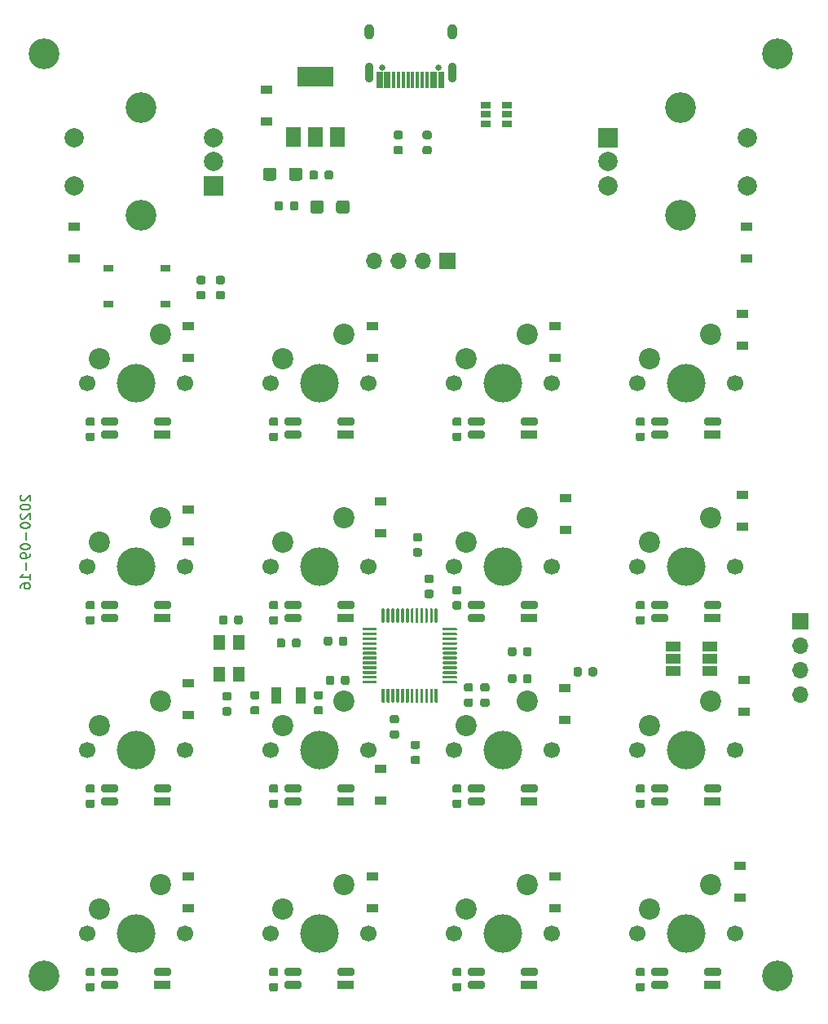
<source format=gbr>
%TF.GenerationSoftware,KiCad,Pcbnew,(5.1.6)-1*%
%TF.CreationDate,2020-09-18T16:14:00-05:00*%
%TF.ProjectId,rocketboard-16,726f636b-6574-4626-9f61-72642d31362e,1.1*%
%TF.SameCoordinates,Original*%
%TF.FileFunction,Soldermask,Bot*%
%TF.FilePolarity,Negative*%
%FSLAX46Y46*%
G04 Gerber Fmt 4.6, Leading zero omitted, Abs format (unit mm)*
G04 Created by KiCad (PCBNEW (5.1.6)-1) date 2020-09-18 16:14:00*
%MOMM*%
%LPD*%
G01*
G04 APERTURE LIST*
%ADD10C,0.150000*%
%ADD11R,1.200000X0.900000*%
%ADD12R,1.000000X0.750000*%
%ADD13R,2.000000X2.000000*%
%ADD14C,2.000000*%
%ADD15C,3.200000*%
%ADD16R,0.300000X1.750000*%
%ADD17C,0.650000*%
%ADD18O,0.900000X2.100000*%
%ADD19O,1.000000X1.600000*%
%ADD20C,2.200000*%
%ADD21C,4.000000*%
%ADD22C,1.700000*%
%ADD23R,1.800000X0.820000*%
%ADD24R,1.700000X1.700000*%
%ADD25O,1.700000X1.700000*%
%ADD26R,1.000000X1.800000*%
%ADD27R,1.300000X1.600000*%
%ADD28R,1.060000X0.650000*%
%ADD29R,1.500000X2.000000*%
%ADD30R,3.800000X2.000000*%
%ADD31R,1.500000X1.000000*%
G04 APERTURE END LIST*
%TO.C,H6*%
D10*
X82647619Y-96342857D02*
X82600000Y-96390476D01*
X82552380Y-96485714D01*
X82552380Y-96723809D01*
X82600000Y-96819047D01*
X82647619Y-96866666D01*
X82742857Y-96914285D01*
X82838095Y-96914285D01*
X82980952Y-96866666D01*
X83552380Y-96295238D01*
X83552380Y-96914285D01*
X82552380Y-97533333D02*
X82552380Y-97628571D01*
X82600000Y-97723809D01*
X82647619Y-97771428D01*
X82742857Y-97819047D01*
X82933333Y-97866666D01*
X83171428Y-97866666D01*
X83361904Y-97819047D01*
X83457142Y-97771428D01*
X83504761Y-97723809D01*
X83552380Y-97628571D01*
X83552380Y-97533333D01*
X83504761Y-97438095D01*
X83457142Y-97390476D01*
X83361904Y-97342857D01*
X83171428Y-97295238D01*
X82933333Y-97295238D01*
X82742857Y-97342857D01*
X82647619Y-97390476D01*
X82600000Y-97438095D01*
X82552380Y-97533333D01*
X82647619Y-98247619D02*
X82600000Y-98295238D01*
X82552380Y-98390476D01*
X82552380Y-98628571D01*
X82600000Y-98723809D01*
X82647619Y-98771428D01*
X82742857Y-98819047D01*
X82838095Y-98819047D01*
X82980952Y-98771428D01*
X83552380Y-98200000D01*
X83552380Y-98819047D01*
X82552380Y-99438095D02*
X82552380Y-99533333D01*
X82600000Y-99628571D01*
X82647619Y-99676190D01*
X82742857Y-99723809D01*
X82933333Y-99771428D01*
X83171428Y-99771428D01*
X83361904Y-99723809D01*
X83457142Y-99676190D01*
X83504761Y-99628571D01*
X83552380Y-99533333D01*
X83552380Y-99438095D01*
X83504761Y-99342857D01*
X83457142Y-99295238D01*
X83361904Y-99247619D01*
X83171428Y-99200000D01*
X82933333Y-99200000D01*
X82742857Y-99247619D01*
X82647619Y-99295238D01*
X82600000Y-99342857D01*
X82552380Y-99438095D01*
X83171428Y-100200000D02*
X83171428Y-100961904D01*
X82552380Y-101628571D02*
X82552380Y-101723809D01*
X82600000Y-101819047D01*
X82647619Y-101866666D01*
X82742857Y-101914285D01*
X82933333Y-101961904D01*
X83171428Y-101961904D01*
X83361904Y-101914285D01*
X83457142Y-101866666D01*
X83504761Y-101819047D01*
X83552380Y-101723809D01*
X83552380Y-101628571D01*
X83504761Y-101533333D01*
X83457142Y-101485714D01*
X83361904Y-101438095D01*
X83171428Y-101390476D01*
X82933333Y-101390476D01*
X82742857Y-101438095D01*
X82647619Y-101485714D01*
X82600000Y-101533333D01*
X82552380Y-101628571D01*
X83552380Y-102438095D02*
X83552380Y-102628571D01*
X83504761Y-102723809D01*
X83457142Y-102771428D01*
X83314285Y-102866666D01*
X83123809Y-102914285D01*
X82742857Y-102914285D01*
X82647619Y-102866666D01*
X82600000Y-102819047D01*
X82552380Y-102723809D01*
X82552380Y-102533333D01*
X82600000Y-102438095D01*
X82647619Y-102390476D01*
X82742857Y-102342857D01*
X82980952Y-102342857D01*
X83076190Y-102390476D01*
X83123809Y-102438095D01*
X83171428Y-102533333D01*
X83171428Y-102723809D01*
X83123809Y-102819047D01*
X83076190Y-102866666D01*
X82980952Y-102914285D01*
X83171428Y-103342857D02*
X83171428Y-104104761D01*
X83552380Y-105104761D02*
X83552380Y-104533333D01*
X83552380Y-104819047D02*
X82552380Y-104819047D01*
X82695238Y-104723809D01*
X82790476Y-104628571D01*
X82838095Y-104533333D01*
X82552380Y-105961904D02*
X82552380Y-105771428D01*
X82600000Y-105676190D01*
X82647619Y-105628571D01*
X82790476Y-105533333D01*
X82980952Y-105485714D01*
X83361904Y-105485714D01*
X83457142Y-105533333D01*
X83504761Y-105580952D01*
X83552380Y-105676190D01*
X83552380Y-105866666D01*
X83504761Y-105961904D01*
X83457142Y-106009523D01*
X83361904Y-106057142D01*
X83123809Y-106057142D01*
X83028571Y-106009523D01*
X82980952Y-105961904D01*
X82933333Y-105866666D01*
X82933333Y-105676190D01*
X82980952Y-105580952D01*
X83028571Y-105533333D01*
X83123809Y-105485714D01*
%TD*%
%TO.C,C13*%
G36*
G01*
X114050000Y-65974999D02*
X114050000Y-66825001D01*
G75*
G02*
X113800001Y-67075000I-249999J0D01*
G01*
X112899999Y-67075000D01*
G75*
G02*
X112650000Y-66825001I0J249999D01*
G01*
X112650000Y-65974999D01*
G75*
G02*
X112899999Y-65725000I249999J0D01*
G01*
X113800001Y-65725000D01*
G75*
G02*
X114050000Y-65974999I0J-249999D01*
G01*
G37*
G36*
G01*
X116750000Y-65974999D02*
X116750000Y-66825001D01*
G75*
G02*
X116500001Y-67075000I-249999J0D01*
G01*
X115599999Y-67075000D01*
G75*
G02*
X115350000Y-66825001I0J249999D01*
G01*
X115350000Y-65974999D01*
G75*
G02*
X115599999Y-65725000I249999J0D01*
G01*
X116500001Y-65725000D01*
G75*
G02*
X116750000Y-65974999I0J-249999D01*
G01*
G37*
%TD*%
D11*
%TO.C,D14*%
X119100000Y-135950000D03*
X119100000Y-139250000D03*
%TD*%
%TO.C,D16*%
X157300000Y-134850000D03*
X157300000Y-138150000D03*
%TD*%
%TO.C,D11*%
X139100000Y-116350000D03*
X139100000Y-119650000D03*
%TD*%
%TO.C,D9*%
X100000000Y-115850000D03*
X100000000Y-119150000D03*
%TD*%
D12*
%TO.C,SW1*%
X97656000Y-72780000D03*
X91656000Y-72780000D03*
X97656000Y-76530000D03*
X91656000Y-76530000D03*
%TD*%
D13*
%TO.C,SW3*%
X143590000Y-59200000D03*
D14*
X143590000Y-61700000D03*
X143590000Y-64200000D03*
D15*
X151090000Y-56100000D03*
X151090000Y-67300000D03*
D14*
X158090000Y-59200000D03*
X158090000Y-64200000D03*
%TD*%
D13*
%TO.C,SW2*%
X102600000Y-64200000D03*
D14*
X102600000Y-61700000D03*
X102600000Y-59200000D03*
D15*
X95100000Y-67300000D03*
X95100000Y-56100000D03*
D14*
X88100000Y-64200000D03*
X88100000Y-59200000D03*
%TD*%
D16*
%TO.C,P1*%
X126410000Y-53250000D03*
X126110000Y-53250000D03*
X125310000Y-53250000D03*
X125610000Y-53250000D03*
X120810000Y-53250000D03*
X120510000Y-53250000D03*
X120010000Y-53250000D03*
X119710000Y-53250000D03*
X122810000Y-53250000D03*
X121810000Y-53250000D03*
X121310000Y-53250000D03*
X122310000Y-53250000D03*
X124810000Y-53250000D03*
X124310000Y-53250000D03*
X123810000Y-53250000D03*
X123310000Y-53250000D03*
D17*
X125950000Y-51910000D03*
X120170000Y-51910000D03*
D18*
X127380000Y-52410000D03*
X118740000Y-52410000D03*
D19*
X127380000Y-48230000D03*
X118740000Y-48230000D03*
%TD*%
D20*
%TO.C,K16*%
X154250000Y-136750000D03*
X147900000Y-139290000D03*
D21*
X151710000Y-141830000D03*
D22*
X146630000Y-141830000D03*
X156790000Y-141830000D03*
G36*
G01*
X148050000Y-146055000D02*
X148050000Y-145645000D01*
G75*
G02*
X148255000Y-145440000I205000J0D01*
G01*
X149645000Y-145440000D01*
G75*
G02*
X149850000Y-145645000I0J-205000D01*
G01*
X149850000Y-146055000D01*
G75*
G02*
X149645000Y-146260000I-205000J0D01*
G01*
X148255000Y-146260000D01*
G75*
G02*
X148050000Y-146055000I0J205000D01*
G01*
G37*
G36*
G01*
X153550000Y-146055000D02*
X153550000Y-145645000D01*
G75*
G02*
X153755000Y-145440000I205000J0D01*
G01*
X155145000Y-145440000D01*
G75*
G02*
X155350000Y-145645000I0J-205000D01*
G01*
X155350000Y-146055000D01*
G75*
G02*
X155145000Y-146260000I-205000J0D01*
G01*
X153755000Y-146260000D01*
G75*
G02*
X153550000Y-146055000I0J205000D01*
G01*
G37*
D23*
X154450000Y-147210000D03*
G36*
G01*
X148050000Y-147415000D02*
X148050000Y-147005000D01*
G75*
G02*
X148255000Y-146800000I205000J0D01*
G01*
X149645000Y-146800000D01*
G75*
G02*
X149850000Y-147005000I0J-205000D01*
G01*
X149850000Y-147415000D01*
G75*
G02*
X149645000Y-147620000I-205000J0D01*
G01*
X148255000Y-147620000D01*
G75*
G02*
X148050000Y-147415000I0J205000D01*
G01*
G37*
%TD*%
D20*
%TO.C,K15*%
X135200000Y-136750000D03*
X128850000Y-139290000D03*
D21*
X132660000Y-141830000D03*
D22*
X127580000Y-141830000D03*
X137740000Y-141830000D03*
G36*
G01*
X129000000Y-146055000D02*
X129000000Y-145645000D01*
G75*
G02*
X129205000Y-145440000I205000J0D01*
G01*
X130595000Y-145440000D01*
G75*
G02*
X130800000Y-145645000I0J-205000D01*
G01*
X130800000Y-146055000D01*
G75*
G02*
X130595000Y-146260000I-205000J0D01*
G01*
X129205000Y-146260000D01*
G75*
G02*
X129000000Y-146055000I0J205000D01*
G01*
G37*
G36*
G01*
X134500000Y-146055000D02*
X134500000Y-145645000D01*
G75*
G02*
X134705000Y-145440000I205000J0D01*
G01*
X136095000Y-145440000D01*
G75*
G02*
X136300000Y-145645000I0J-205000D01*
G01*
X136300000Y-146055000D01*
G75*
G02*
X136095000Y-146260000I-205000J0D01*
G01*
X134705000Y-146260000D01*
G75*
G02*
X134500000Y-146055000I0J205000D01*
G01*
G37*
D23*
X135400000Y-147210000D03*
G36*
G01*
X129000000Y-147415000D02*
X129000000Y-147005000D01*
G75*
G02*
X129205000Y-146800000I205000J0D01*
G01*
X130595000Y-146800000D01*
G75*
G02*
X130800000Y-147005000I0J-205000D01*
G01*
X130800000Y-147415000D01*
G75*
G02*
X130595000Y-147620000I-205000J0D01*
G01*
X129205000Y-147620000D01*
G75*
G02*
X129000000Y-147415000I0J205000D01*
G01*
G37*
%TD*%
D20*
%TO.C,K14*%
X116150000Y-136750000D03*
X109800000Y-139290000D03*
D21*
X113610000Y-141830000D03*
D22*
X108530000Y-141830000D03*
X118690000Y-141830000D03*
G36*
G01*
X109950000Y-146055000D02*
X109950000Y-145645000D01*
G75*
G02*
X110155000Y-145440000I205000J0D01*
G01*
X111545000Y-145440000D01*
G75*
G02*
X111750000Y-145645000I0J-205000D01*
G01*
X111750000Y-146055000D01*
G75*
G02*
X111545000Y-146260000I-205000J0D01*
G01*
X110155000Y-146260000D01*
G75*
G02*
X109950000Y-146055000I0J205000D01*
G01*
G37*
G36*
G01*
X115450000Y-146055000D02*
X115450000Y-145645000D01*
G75*
G02*
X115655000Y-145440000I205000J0D01*
G01*
X117045000Y-145440000D01*
G75*
G02*
X117250000Y-145645000I0J-205000D01*
G01*
X117250000Y-146055000D01*
G75*
G02*
X117045000Y-146260000I-205000J0D01*
G01*
X115655000Y-146260000D01*
G75*
G02*
X115450000Y-146055000I0J205000D01*
G01*
G37*
D23*
X116350000Y-147210000D03*
G36*
G01*
X109950000Y-147415000D02*
X109950000Y-147005000D01*
G75*
G02*
X110155000Y-146800000I205000J0D01*
G01*
X111545000Y-146800000D01*
G75*
G02*
X111750000Y-147005000I0J-205000D01*
G01*
X111750000Y-147415000D01*
G75*
G02*
X111545000Y-147620000I-205000J0D01*
G01*
X110155000Y-147620000D01*
G75*
G02*
X109950000Y-147415000I0J205000D01*
G01*
G37*
%TD*%
D20*
%TO.C,K13*%
X97100000Y-136750000D03*
X90750000Y-139290000D03*
D21*
X94560000Y-141830000D03*
D22*
X89480000Y-141830000D03*
X99640000Y-141830000D03*
G36*
G01*
X90900000Y-146055000D02*
X90900000Y-145645000D01*
G75*
G02*
X91105000Y-145440000I205000J0D01*
G01*
X92495000Y-145440000D01*
G75*
G02*
X92700000Y-145645000I0J-205000D01*
G01*
X92700000Y-146055000D01*
G75*
G02*
X92495000Y-146260000I-205000J0D01*
G01*
X91105000Y-146260000D01*
G75*
G02*
X90900000Y-146055000I0J205000D01*
G01*
G37*
G36*
G01*
X96400000Y-146055000D02*
X96400000Y-145645000D01*
G75*
G02*
X96605000Y-145440000I205000J0D01*
G01*
X97995000Y-145440000D01*
G75*
G02*
X98200000Y-145645000I0J-205000D01*
G01*
X98200000Y-146055000D01*
G75*
G02*
X97995000Y-146260000I-205000J0D01*
G01*
X96605000Y-146260000D01*
G75*
G02*
X96400000Y-146055000I0J205000D01*
G01*
G37*
D23*
X97300000Y-147210000D03*
G36*
G01*
X90900000Y-147415000D02*
X90900000Y-147005000D01*
G75*
G02*
X91105000Y-146800000I205000J0D01*
G01*
X92495000Y-146800000D01*
G75*
G02*
X92700000Y-147005000I0J-205000D01*
G01*
X92700000Y-147415000D01*
G75*
G02*
X92495000Y-147620000I-205000J0D01*
G01*
X91105000Y-147620000D01*
G75*
G02*
X90900000Y-147415000I0J205000D01*
G01*
G37*
%TD*%
D20*
%TO.C,K12*%
X154250000Y-117700000D03*
X147900000Y-120240000D03*
D21*
X151710000Y-122780000D03*
D22*
X146630000Y-122780000D03*
X156790000Y-122780000D03*
G36*
G01*
X148050000Y-127005000D02*
X148050000Y-126595000D01*
G75*
G02*
X148255000Y-126390000I205000J0D01*
G01*
X149645000Y-126390000D01*
G75*
G02*
X149850000Y-126595000I0J-205000D01*
G01*
X149850000Y-127005000D01*
G75*
G02*
X149645000Y-127210000I-205000J0D01*
G01*
X148255000Y-127210000D01*
G75*
G02*
X148050000Y-127005000I0J205000D01*
G01*
G37*
G36*
G01*
X153550000Y-127005000D02*
X153550000Y-126595000D01*
G75*
G02*
X153755000Y-126390000I205000J0D01*
G01*
X155145000Y-126390000D01*
G75*
G02*
X155350000Y-126595000I0J-205000D01*
G01*
X155350000Y-127005000D01*
G75*
G02*
X155145000Y-127210000I-205000J0D01*
G01*
X153755000Y-127210000D01*
G75*
G02*
X153550000Y-127005000I0J205000D01*
G01*
G37*
D23*
X154450000Y-128160000D03*
G36*
G01*
X148050000Y-128365000D02*
X148050000Y-127955000D01*
G75*
G02*
X148255000Y-127750000I205000J0D01*
G01*
X149645000Y-127750000D01*
G75*
G02*
X149850000Y-127955000I0J-205000D01*
G01*
X149850000Y-128365000D01*
G75*
G02*
X149645000Y-128570000I-205000J0D01*
G01*
X148255000Y-128570000D01*
G75*
G02*
X148050000Y-128365000I0J205000D01*
G01*
G37*
%TD*%
D20*
%TO.C,K11*%
X135200000Y-117700000D03*
X128850000Y-120240000D03*
D21*
X132660000Y-122780000D03*
D22*
X127580000Y-122780000D03*
X137740000Y-122780000D03*
G36*
G01*
X129000000Y-127005000D02*
X129000000Y-126595000D01*
G75*
G02*
X129205000Y-126390000I205000J0D01*
G01*
X130595000Y-126390000D01*
G75*
G02*
X130800000Y-126595000I0J-205000D01*
G01*
X130800000Y-127005000D01*
G75*
G02*
X130595000Y-127210000I-205000J0D01*
G01*
X129205000Y-127210000D01*
G75*
G02*
X129000000Y-127005000I0J205000D01*
G01*
G37*
G36*
G01*
X134500000Y-127005000D02*
X134500000Y-126595000D01*
G75*
G02*
X134705000Y-126390000I205000J0D01*
G01*
X136095000Y-126390000D01*
G75*
G02*
X136300000Y-126595000I0J-205000D01*
G01*
X136300000Y-127005000D01*
G75*
G02*
X136095000Y-127210000I-205000J0D01*
G01*
X134705000Y-127210000D01*
G75*
G02*
X134500000Y-127005000I0J205000D01*
G01*
G37*
D23*
X135400000Y-128160000D03*
G36*
G01*
X129000000Y-128365000D02*
X129000000Y-127955000D01*
G75*
G02*
X129205000Y-127750000I205000J0D01*
G01*
X130595000Y-127750000D01*
G75*
G02*
X130800000Y-127955000I0J-205000D01*
G01*
X130800000Y-128365000D01*
G75*
G02*
X130595000Y-128570000I-205000J0D01*
G01*
X129205000Y-128570000D01*
G75*
G02*
X129000000Y-128365000I0J205000D01*
G01*
G37*
%TD*%
D20*
%TO.C,K10*%
X116150000Y-117700000D03*
X109800000Y-120240000D03*
D21*
X113610000Y-122780000D03*
D22*
X108530000Y-122780000D03*
X118690000Y-122780000D03*
G36*
G01*
X109950000Y-127005000D02*
X109950000Y-126595000D01*
G75*
G02*
X110155000Y-126390000I205000J0D01*
G01*
X111545000Y-126390000D01*
G75*
G02*
X111750000Y-126595000I0J-205000D01*
G01*
X111750000Y-127005000D01*
G75*
G02*
X111545000Y-127210000I-205000J0D01*
G01*
X110155000Y-127210000D01*
G75*
G02*
X109950000Y-127005000I0J205000D01*
G01*
G37*
G36*
G01*
X115450000Y-127005000D02*
X115450000Y-126595000D01*
G75*
G02*
X115655000Y-126390000I205000J0D01*
G01*
X117045000Y-126390000D01*
G75*
G02*
X117250000Y-126595000I0J-205000D01*
G01*
X117250000Y-127005000D01*
G75*
G02*
X117045000Y-127210000I-205000J0D01*
G01*
X115655000Y-127210000D01*
G75*
G02*
X115450000Y-127005000I0J205000D01*
G01*
G37*
D23*
X116350000Y-128160000D03*
G36*
G01*
X109950000Y-128365000D02*
X109950000Y-127955000D01*
G75*
G02*
X110155000Y-127750000I205000J0D01*
G01*
X111545000Y-127750000D01*
G75*
G02*
X111750000Y-127955000I0J-205000D01*
G01*
X111750000Y-128365000D01*
G75*
G02*
X111545000Y-128570000I-205000J0D01*
G01*
X110155000Y-128570000D01*
G75*
G02*
X109950000Y-128365000I0J205000D01*
G01*
G37*
%TD*%
D20*
%TO.C,K9*%
X97100000Y-117700000D03*
X90750000Y-120240000D03*
D21*
X94560000Y-122780000D03*
D22*
X89480000Y-122780000D03*
X99640000Y-122780000D03*
G36*
G01*
X90900000Y-127005000D02*
X90900000Y-126595000D01*
G75*
G02*
X91105000Y-126390000I205000J0D01*
G01*
X92495000Y-126390000D01*
G75*
G02*
X92700000Y-126595000I0J-205000D01*
G01*
X92700000Y-127005000D01*
G75*
G02*
X92495000Y-127210000I-205000J0D01*
G01*
X91105000Y-127210000D01*
G75*
G02*
X90900000Y-127005000I0J205000D01*
G01*
G37*
G36*
G01*
X96400000Y-127005000D02*
X96400000Y-126595000D01*
G75*
G02*
X96605000Y-126390000I205000J0D01*
G01*
X97995000Y-126390000D01*
G75*
G02*
X98200000Y-126595000I0J-205000D01*
G01*
X98200000Y-127005000D01*
G75*
G02*
X97995000Y-127210000I-205000J0D01*
G01*
X96605000Y-127210000D01*
G75*
G02*
X96400000Y-127005000I0J205000D01*
G01*
G37*
D23*
X97300000Y-128160000D03*
G36*
G01*
X90900000Y-128365000D02*
X90900000Y-127955000D01*
G75*
G02*
X91105000Y-127750000I205000J0D01*
G01*
X92495000Y-127750000D01*
G75*
G02*
X92700000Y-127955000I0J-205000D01*
G01*
X92700000Y-128365000D01*
G75*
G02*
X92495000Y-128570000I-205000J0D01*
G01*
X91105000Y-128570000D01*
G75*
G02*
X90900000Y-128365000I0J205000D01*
G01*
G37*
%TD*%
D20*
%TO.C,K8*%
X154250000Y-98650000D03*
X147900000Y-101190000D03*
D21*
X151710000Y-103730000D03*
D22*
X146630000Y-103730000D03*
X156790000Y-103730000D03*
G36*
G01*
X148050000Y-107955000D02*
X148050000Y-107545000D01*
G75*
G02*
X148255000Y-107340000I205000J0D01*
G01*
X149645000Y-107340000D01*
G75*
G02*
X149850000Y-107545000I0J-205000D01*
G01*
X149850000Y-107955000D01*
G75*
G02*
X149645000Y-108160000I-205000J0D01*
G01*
X148255000Y-108160000D01*
G75*
G02*
X148050000Y-107955000I0J205000D01*
G01*
G37*
G36*
G01*
X153550000Y-107955000D02*
X153550000Y-107545000D01*
G75*
G02*
X153755000Y-107340000I205000J0D01*
G01*
X155145000Y-107340000D01*
G75*
G02*
X155350000Y-107545000I0J-205000D01*
G01*
X155350000Y-107955000D01*
G75*
G02*
X155145000Y-108160000I-205000J0D01*
G01*
X153755000Y-108160000D01*
G75*
G02*
X153550000Y-107955000I0J205000D01*
G01*
G37*
D23*
X154450000Y-109110000D03*
G36*
G01*
X148050000Y-109315000D02*
X148050000Y-108905000D01*
G75*
G02*
X148255000Y-108700000I205000J0D01*
G01*
X149645000Y-108700000D01*
G75*
G02*
X149850000Y-108905000I0J-205000D01*
G01*
X149850000Y-109315000D01*
G75*
G02*
X149645000Y-109520000I-205000J0D01*
G01*
X148255000Y-109520000D01*
G75*
G02*
X148050000Y-109315000I0J205000D01*
G01*
G37*
%TD*%
D20*
%TO.C,K7*%
X135200000Y-98650000D03*
X128850000Y-101190000D03*
D21*
X132660000Y-103730000D03*
D22*
X127580000Y-103730000D03*
X137740000Y-103730000D03*
G36*
G01*
X129000000Y-107955000D02*
X129000000Y-107545000D01*
G75*
G02*
X129205000Y-107340000I205000J0D01*
G01*
X130595000Y-107340000D01*
G75*
G02*
X130800000Y-107545000I0J-205000D01*
G01*
X130800000Y-107955000D01*
G75*
G02*
X130595000Y-108160000I-205000J0D01*
G01*
X129205000Y-108160000D01*
G75*
G02*
X129000000Y-107955000I0J205000D01*
G01*
G37*
G36*
G01*
X134500000Y-107955000D02*
X134500000Y-107545000D01*
G75*
G02*
X134705000Y-107340000I205000J0D01*
G01*
X136095000Y-107340000D01*
G75*
G02*
X136300000Y-107545000I0J-205000D01*
G01*
X136300000Y-107955000D01*
G75*
G02*
X136095000Y-108160000I-205000J0D01*
G01*
X134705000Y-108160000D01*
G75*
G02*
X134500000Y-107955000I0J205000D01*
G01*
G37*
D23*
X135400000Y-109110000D03*
G36*
G01*
X129000000Y-109315000D02*
X129000000Y-108905000D01*
G75*
G02*
X129205000Y-108700000I205000J0D01*
G01*
X130595000Y-108700000D01*
G75*
G02*
X130800000Y-108905000I0J-205000D01*
G01*
X130800000Y-109315000D01*
G75*
G02*
X130595000Y-109520000I-205000J0D01*
G01*
X129205000Y-109520000D01*
G75*
G02*
X129000000Y-109315000I0J205000D01*
G01*
G37*
%TD*%
D20*
%TO.C,K6*%
X116150000Y-98650000D03*
X109800000Y-101190000D03*
D21*
X113610000Y-103730000D03*
D22*
X108530000Y-103730000D03*
X118690000Y-103730000D03*
G36*
G01*
X109950000Y-107955000D02*
X109950000Y-107545000D01*
G75*
G02*
X110155000Y-107340000I205000J0D01*
G01*
X111545000Y-107340000D01*
G75*
G02*
X111750000Y-107545000I0J-205000D01*
G01*
X111750000Y-107955000D01*
G75*
G02*
X111545000Y-108160000I-205000J0D01*
G01*
X110155000Y-108160000D01*
G75*
G02*
X109950000Y-107955000I0J205000D01*
G01*
G37*
G36*
G01*
X115450000Y-107955000D02*
X115450000Y-107545000D01*
G75*
G02*
X115655000Y-107340000I205000J0D01*
G01*
X117045000Y-107340000D01*
G75*
G02*
X117250000Y-107545000I0J-205000D01*
G01*
X117250000Y-107955000D01*
G75*
G02*
X117045000Y-108160000I-205000J0D01*
G01*
X115655000Y-108160000D01*
G75*
G02*
X115450000Y-107955000I0J205000D01*
G01*
G37*
D23*
X116350000Y-109110000D03*
G36*
G01*
X109950000Y-109315000D02*
X109950000Y-108905000D01*
G75*
G02*
X110155000Y-108700000I205000J0D01*
G01*
X111545000Y-108700000D01*
G75*
G02*
X111750000Y-108905000I0J-205000D01*
G01*
X111750000Y-109315000D01*
G75*
G02*
X111545000Y-109520000I-205000J0D01*
G01*
X110155000Y-109520000D01*
G75*
G02*
X109950000Y-109315000I0J205000D01*
G01*
G37*
%TD*%
D20*
%TO.C,K5*%
X97100000Y-98650000D03*
X90750000Y-101190000D03*
D21*
X94560000Y-103730000D03*
D22*
X89480000Y-103730000D03*
X99640000Y-103730000D03*
G36*
G01*
X90900000Y-107955000D02*
X90900000Y-107545000D01*
G75*
G02*
X91105000Y-107340000I205000J0D01*
G01*
X92495000Y-107340000D01*
G75*
G02*
X92700000Y-107545000I0J-205000D01*
G01*
X92700000Y-107955000D01*
G75*
G02*
X92495000Y-108160000I-205000J0D01*
G01*
X91105000Y-108160000D01*
G75*
G02*
X90900000Y-107955000I0J205000D01*
G01*
G37*
G36*
G01*
X96400000Y-107955000D02*
X96400000Y-107545000D01*
G75*
G02*
X96605000Y-107340000I205000J0D01*
G01*
X97995000Y-107340000D01*
G75*
G02*
X98200000Y-107545000I0J-205000D01*
G01*
X98200000Y-107955000D01*
G75*
G02*
X97995000Y-108160000I-205000J0D01*
G01*
X96605000Y-108160000D01*
G75*
G02*
X96400000Y-107955000I0J205000D01*
G01*
G37*
D23*
X97300000Y-109110000D03*
G36*
G01*
X90900000Y-109315000D02*
X90900000Y-108905000D01*
G75*
G02*
X91105000Y-108700000I205000J0D01*
G01*
X92495000Y-108700000D01*
G75*
G02*
X92700000Y-108905000I0J-205000D01*
G01*
X92700000Y-109315000D01*
G75*
G02*
X92495000Y-109520000I-205000J0D01*
G01*
X91105000Y-109520000D01*
G75*
G02*
X90900000Y-109315000I0J205000D01*
G01*
G37*
%TD*%
D20*
%TO.C,K4*%
X154250000Y-79600000D03*
X147900000Y-82140000D03*
D21*
X151710000Y-84680000D03*
D22*
X146630000Y-84680000D03*
X156790000Y-84680000D03*
G36*
G01*
X148050000Y-88905000D02*
X148050000Y-88495000D01*
G75*
G02*
X148255000Y-88290000I205000J0D01*
G01*
X149645000Y-88290000D01*
G75*
G02*
X149850000Y-88495000I0J-205000D01*
G01*
X149850000Y-88905000D01*
G75*
G02*
X149645000Y-89110000I-205000J0D01*
G01*
X148255000Y-89110000D01*
G75*
G02*
X148050000Y-88905000I0J205000D01*
G01*
G37*
G36*
G01*
X153550000Y-88905000D02*
X153550000Y-88495000D01*
G75*
G02*
X153755000Y-88290000I205000J0D01*
G01*
X155145000Y-88290000D01*
G75*
G02*
X155350000Y-88495000I0J-205000D01*
G01*
X155350000Y-88905000D01*
G75*
G02*
X155145000Y-89110000I-205000J0D01*
G01*
X153755000Y-89110000D01*
G75*
G02*
X153550000Y-88905000I0J205000D01*
G01*
G37*
D23*
X154450000Y-90060000D03*
G36*
G01*
X148050000Y-90265000D02*
X148050000Y-89855000D01*
G75*
G02*
X148255000Y-89650000I205000J0D01*
G01*
X149645000Y-89650000D01*
G75*
G02*
X149850000Y-89855000I0J-205000D01*
G01*
X149850000Y-90265000D01*
G75*
G02*
X149645000Y-90470000I-205000J0D01*
G01*
X148255000Y-90470000D01*
G75*
G02*
X148050000Y-90265000I0J205000D01*
G01*
G37*
%TD*%
D20*
%TO.C,K3*%
X135200000Y-79600000D03*
X128850000Y-82140000D03*
D21*
X132660000Y-84680000D03*
D22*
X127580000Y-84680000D03*
X137740000Y-84680000D03*
G36*
G01*
X129000000Y-88905000D02*
X129000000Y-88495000D01*
G75*
G02*
X129205000Y-88290000I205000J0D01*
G01*
X130595000Y-88290000D01*
G75*
G02*
X130800000Y-88495000I0J-205000D01*
G01*
X130800000Y-88905000D01*
G75*
G02*
X130595000Y-89110000I-205000J0D01*
G01*
X129205000Y-89110000D01*
G75*
G02*
X129000000Y-88905000I0J205000D01*
G01*
G37*
G36*
G01*
X134500000Y-88905000D02*
X134500000Y-88495000D01*
G75*
G02*
X134705000Y-88290000I205000J0D01*
G01*
X136095000Y-88290000D01*
G75*
G02*
X136300000Y-88495000I0J-205000D01*
G01*
X136300000Y-88905000D01*
G75*
G02*
X136095000Y-89110000I-205000J0D01*
G01*
X134705000Y-89110000D01*
G75*
G02*
X134500000Y-88905000I0J205000D01*
G01*
G37*
D23*
X135400000Y-90060000D03*
G36*
G01*
X129000000Y-90265000D02*
X129000000Y-89855000D01*
G75*
G02*
X129205000Y-89650000I205000J0D01*
G01*
X130595000Y-89650000D01*
G75*
G02*
X130800000Y-89855000I0J-205000D01*
G01*
X130800000Y-90265000D01*
G75*
G02*
X130595000Y-90470000I-205000J0D01*
G01*
X129205000Y-90470000D01*
G75*
G02*
X129000000Y-90265000I0J205000D01*
G01*
G37*
%TD*%
D20*
%TO.C,K2*%
X116150000Y-79600000D03*
X109800000Y-82140000D03*
D21*
X113610000Y-84680000D03*
D22*
X108530000Y-84680000D03*
X118690000Y-84680000D03*
G36*
G01*
X109950000Y-88905000D02*
X109950000Y-88495000D01*
G75*
G02*
X110155000Y-88290000I205000J0D01*
G01*
X111545000Y-88290000D01*
G75*
G02*
X111750000Y-88495000I0J-205000D01*
G01*
X111750000Y-88905000D01*
G75*
G02*
X111545000Y-89110000I-205000J0D01*
G01*
X110155000Y-89110000D01*
G75*
G02*
X109950000Y-88905000I0J205000D01*
G01*
G37*
G36*
G01*
X115450000Y-88905000D02*
X115450000Y-88495000D01*
G75*
G02*
X115655000Y-88290000I205000J0D01*
G01*
X117045000Y-88290000D01*
G75*
G02*
X117250000Y-88495000I0J-205000D01*
G01*
X117250000Y-88905000D01*
G75*
G02*
X117045000Y-89110000I-205000J0D01*
G01*
X115655000Y-89110000D01*
G75*
G02*
X115450000Y-88905000I0J205000D01*
G01*
G37*
D23*
X116350000Y-90060000D03*
G36*
G01*
X109950000Y-90265000D02*
X109950000Y-89855000D01*
G75*
G02*
X110155000Y-89650000I205000J0D01*
G01*
X111545000Y-89650000D01*
G75*
G02*
X111750000Y-89855000I0J-205000D01*
G01*
X111750000Y-90265000D01*
G75*
G02*
X111545000Y-90470000I-205000J0D01*
G01*
X110155000Y-90470000D01*
G75*
G02*
X109950000Y-90265000I0J205000D01*
G01*
G37*
%TD*%
D20*
%TO.C,K1*%
X97100000Y-79600000D03*
X90750000Y-82140000D03*
D21*
X94560000Y-84680000D03*
D22*
X89480000Y-84680000D03*
X99640000Y-84680000D03*
G36*
G01*
X90900000Y-88905000D02*
X90900000Y-88495000D01*
G75*
G02*
X91105000Y-88290000I205000J0D01*
G01*
X92495000Y-88290000D01*
G75*
G02*
X92700000Y-88495000I0J-205000D01*
G01*
X92700000Y-88905000D01*
G75*
G02*
X92495000Y-89110000I-205000J0D01*
G01*
X91105000Y-89110000D01*
G75*
G02*
X90900000Y-88905000I0J205000D01*
G01*
G37*
G36*
G01*
X96400000Y-88905000D02*
X96400000Y-88495000D01*
G75*
G02*
X96605000Y-88290000I205000J0D01*
G01*
X97995000Y-88290000D01*
G75*
G02*
X98200000Y-88495000I0J-205000D01*
G01*
X98200000Y-88905000D01*
G75*
G02*
X97995000Y-89110000I-205000J0D01*
G01*
X96605000Y-89110000D01*
G75*
G02*
X96400000Y-88905000I0J205000D01*
G01*
G37*
D23*
X97300000Y-90060000D03*
G36*
G01*
X90900000Y-90265000D02*
X90900000Y-89855000D01*
G75*
G02*
X91105000Y-89650000I205000J0D01*
G01*
X92495000Y-89650000D01*
G75*
G02*
X92700000Y-89855000I0J-205000D01*
G01*
X92700000Y-90265000D01*
G75*
G02*
X92495000Y-90470000I-205000J0D01*
G01*
X91105000Y-90470000D01*
G75*
G02*
X90900000Y-90265000I0J205000D01*
G01*
G37*
%TD*%
D11*
%TO.C,D19*%
X158000000Y-68450000D03*
X158000000Y-71750000D03*
%TD*%
%TO.C,D18*%
X88138000Y-68450000D03*
X88138000Y-71750000D03*
%TD*%
%TO.C,D17*%
X108100000Y-54250000D03*
X108100000Y-57550000D03*
%TD*%
%TO.C,D15*%
X138100000Y-135950000D03*
X138100000Y-139250000D03*
%TD*%
%TO.C,D13*%
X100000000Y-135950000D03*
X100000000Y-139250000D03*
%TD*%
%TO.C,D12*%
X157700000Y-115550000D03*
X157700000Y-118850000D03*
%TD*%
%TO.C,D10*%
X120000000Y-124750000D03*
X120000000Y-128050000D03*
%TD*%
%TO.C,D8*%
X157600000Y-96350000D03*
X157600000Y-99650000D03*
%TD*%
%TO.C,D7*%
X139200000Y-96650000D03*
X139200000Y-99950000D03*
%TD*%
%TO.C,D6*%
X120000000Y-96950000D03*
X120000000Y-100250000D03*
%TD*%
%TO.C,D5*%
X100000000Y-97850000D03*
X100000000Y-101150000D03*
%TD*%
%TO.C,D4*%
X157600000Y-77550000D03*
X157600000Y-80850000D03*
%TD*%
%TO.C,D3*%
X138100000Y-78750000D03*
X138100000Y-82050000D03*
%TD*%
%TO.C,D2*%
X119100000Y-78750000D03*
X119100000Y-82050000D03*
%TD*%
%TO.C,D1*%
X100000000Y-78750000D03*
X100000000Y-82050000D03*
%TD*%
%TO.C,C10*%
G36*
G01*
X110450000Y-63425001D02*
X110450000Y-62574999D01*
G75*
G02*
X110699999Y-62325000I249999J0D01*
G01*
X111600001Y-62325000D01*
G75*
G02*
X111850000Y-62574999I0J-249999D01*
G01*
X111850000Y-63425001D01*
G75*
G02*
X111600001Y-63675000I-249999J0D01*
G01*
X110699999Y-63675000D01*
G75*
G02*
X110450000Y-63425001I0J249999D01*
G01*
G37*
G36*
G01*
X107750000Y-63425001D02*
X107750000Y-62574999D01*
G75*
G02*
X107999999Y-62325000I249999J0D01*
G01*
X108900001Y-62325000D01*
G75*
G02*
X109150000Y-62574999I0J-249999D01*
G01*
X109150000Y-63425001D01*
G75*
G02*
X108900001Y-63675000I-249999J0D01*
G01*
X107999999Y-63675000D01*
G75*
G02*
X107750000Y-63425001I0J249999D01*
G01*
G37*
%TD*%
%TO.C,C6*%
G36*
G01*
X115150000Y-115313750D02*
X115150000Y-115826250D01*
G75*
G02*
X114931250Y-116045000I-218750J0D01*
G01*
X114493750Y-116045000D01*
G75*
G02*
X114275000Y-115826250I0J218750D01*
G01*
X114275000Y-115313750D01*
G75*
G02*
X114493750Y-115095000I218750J0D01*
G01*
X114931250Y-115095000D01*
G75*
G02*
X115150000Y-115313750I0J-218750D01*
G01*
G37*
G36*
G01*
X116725000Y-115313750D02*
X116725000Y-115826250D01*
G75*
G02*
X116506250Y-116045000I-218750J0D01*
G01*
X116068750Y-116045000D01*
G75*
G02*
X115850000Y-115826250I0J218750D01*
G01*
X115850000Y-115313750D01*
G75*
G02*
X116068750Y-115095000I218750J0D01*
G01*
X116506250Y-115095000D01*
G75*
G02*
X116725000Y-115313750I0J-218750D01*
G01*
G37*
%TD*%
%TO.C,R2*%
G36*
G01*
X134774000Y-115645250D02*
X134774000Y-115132750D01*
G75*
G02*
X134992750Y-114914000I218750J0D01*
G01*
X135430250Y-114914000D01*
G75*
G02*
X135649000Y-115132750I0J-218750D01*
G01*
X135649000Y-115645250D01*
G75*
G02*
X135430250Y-115864000I-218750J0D01*
G01*
X134992750Y-115864000D01*
G75*
G02*
X134774000Y-115645250I0J218750D01*
G01*
G37*
G36*
G01*
X133199000Y-115645250D02*
X133199000Y-115132750D01*
G75*
G02*
X133417750Y-114914000I218750J0D01*
G01*
X133855250Y-114914000D01*
G75*
G02*
X134074000Y-115132750I0J-218750D01*
G01*
X134074000Y-115645250D01*
G75*
G02*
X133855250Y-115864000I-218750J0D01*
G01*
X133417750Y-115864000D01*
G75*
G02*
X133199000Y-115645250I0J218750D01*
G01*
G37*
%TD*%
%TO.C,R1*%
G36*
G01*
X134774000Y-112845250D02*
X134774000Y-112332750D01*
G75*
G02*
X134992750Y-112114000I218750J0D01*
G01*
X135430250Y-112114000D01*
G75*
G02*
X135649000Y-112332750I0J-218750D01*
G01*
X135649000Y-112845250D01*
G75*
G02*
X135430250Y-113064000I-218750J0D01*
G01*
X134992750Y-113064000D01*
G75*
G02*
X134774000Y-112845250I0J218750D01*
G01*
G37*
G36*
G01*
X133199000Y-112845250D02*
X133199000Y-112332750D01*
G75*
G02*
X133417750Y-112114000I218750J0D01*
G01*
X133855250Y-112114000D01*
G75*
G02*
X134074000Y-112332750I0J-218750D01*
G01*
X134074000Y-112845250D01*
G75*
G02*
X133855250Y-113064000I-218750J0D01*
G01*
X133417750Y-113064000D01*
G75*
G02*
X133199000Y-112845250I0J218750D01*
G01*
G37*
%TD*%
D24*
%TO.C,U4*%
X126920000Y-72000000D03*
D25*
X124380000Y-72000000D03*
X121840000Y-72000000D03*
X119300000Y-72000000D03*
%TD*%
%TO.C,C5*%
G36*
G01*
X121143750Y-120750000D02*
X121656250Y-120750000D01*
G75*
G02*
X121875000Y-120968750I0J-218750D01*
G01*
X121875000Y-121406250D01*
G75*
G02*
X121656250Y-121625000I-218750J0D01*
G01*
X121143750Y-121625000D01*
G75*
G02*
X120925000Y-121406250I0J218750D01*
G01*
X120925000Y-120968750D01*
G75*
G02*
X121143750Y-120750000I218750J0D01*
G01*
G37*
G36*
G01*
X121143750Y-119175000D02*
X121656250Y-119175000D01*
G75*
G02*
X121875000Y-119393750I0J-218750D01*
G01*
X121875000Y-119831250D01*
G75*
G02*
X121656250Y-120050000I-218750J0D01*
G01*
X121143750Y-120050000D01*
G75*
G02*
X120925000Y-119831250I0J218750D01*
G01*
X120925000Y-119393750D01*
G75*
G02*
X121143750Y-119175000I218750J0D01*
G01*
G37*
%TD*%
%TO.C,C3*%
G36*
G01*
X113243750Y-116675000D02*
X113756250Y-116675000D01*
G75*
G02*
X113975000Y-116893750I0J-218750D01*
G01*
X113975000Y-117331250D01*
G75*
G02*
X113756250Y-117550000I-218750J0D01*
G01*
X113243750Y-117550000D01*
G75*
G02*
X113025000Y-117331250I0J218750D01*
G01*
X113025000Y-116893750D01*
G75*
G02*
X113243750Y-116675000I218750J0D01*
G01*
G37*
G36*
G01*
X113243750Y-118250000D02*
X113756250Y-118250000D01*
G75*
G02*
X113975000Y-118468750I0J-218750D01*
G01*
X113975000Y-118906250D01*
G75*
G02*
X113756250Y-119125000I-218750J0D01*
G01*
X113243750Y-119125000D01*
G75*
G02*
X113025000Y-118906250I0J218750D01*
G01*
X113025000Y-118468750D01*
G75*
G02*
X113243750Y-118250000I218750J0D01*
G01*
G37*
%TD*%
%TO.C,C7*%
G36*
G01*
X114950000Y-111243750D02*
X114950000Y-111756250D01*
G75*
G02*
X114731250Y-111975000I-218750J0D01*
G01*
X114293750Y-111975000D01*
G75*
G02*
X114075000Y-111756250I0J218750D01*
G01*
X114075000Y-111243750D01*
G75*
G02*
X114293750Y-111025000I218750J0D01*
G01*
X114731250Y-111025000D01*
G75*
G02*
X114950000Y-111243750I0J-218750D01*
G01*
G37*
G36*
G01*
X116525000Y-111243750D02*
X116525000Y-111756250D01*
G75*
G02*
X116306250Y-111975000I-218750J0D01*
G01*
X115868750Y-111975000D01*
G75*
G02*
X115650000Y-111756250I0J218750D01*
G01*
X115650000Y-111243750D01*
G75*
G02*
X115868750Y-111025000I218750J0D01*
G01*
X116306250Y-111025000D01*
G75*
G02*
X116525000Y-111243750I0J-218750D01*
G01*
G37*
%TD*%
%TO.C,C8*%
G36*
G01*
X125256250Y-105450000D02*
X124743750Y-105450000D01*
G75*
G02*
X124525000Y-105231250I0J218750D01*
G01*
X124525000Y-104793750D01*
G75*
G02*
X124743750Y-104575000I218750J0D01*
G01*
X125256250Y-104575000D01*
G75*
G02*
X125475000Y-104793750I0J-218750D01*
G01*
X125475000Y-105231250D01*
G75*
G02*
X125256250Y-105450000I-218750J0D01*
G01*
G37*
G36*
G01*
X125256250Y-107025000D02*
X124743750Y-107025000D01*
G75*
G02*
X124525000Y-106806250I0J218750D01*
G01*
X124525000Y-106368750D01*
G75*
G02*
X124743750Y-106150000I218750J0D01*
G01*
X125256250Y-106150000D01*
G75*
G02*
X125475000Y-106368750I0J-218750D01*
G01*
X125475000Y-106806250D01*
G75*
G02*
X125256250Y-107025000I-218750J0D01*
G01*
G37*
%TD*%
%TO.C,C21*%
G36*
G01*
X128156250Y-106650000D02*
X127643750Y-106650000D01*
G75*
G02*
X127425000Y-106431250I0J218750D01*
G01*
X127425000Y-105993750D01*
G75*
G02*
X127643750Y-105775000I218750J0D01*
G01*
X128156250Y-105775000D01*
G75*
G02*
X128375000Y-105993750I0J-218750D01*
G01*
X128375000Y-106431250D01*
G75*
G02*
X128156250Y-106650000I-218750J0D01*
G01*
G37*
G36*
G01*
X128156250Y-108225000D02*
X127643750Y-108225000D01*
G75*
G02*
X127425000Y-108006250I0J218750D01*
G01*
X127425000Y-107568750D01*
G75*
G02*
X127643750Y-107350000I218750J0D01*
G01*
X128156250Y-107350000D01*
G75*
G02*
X128375000Y-107568750I0J-218750D01*
G01*
X128375000Y-108006250D01*
G75*
G02*
X128156250Y-108225000I-218750J0D01*
G01*
G37*
%TD*%
%TO.C,C30*%
G36*
G01*
X146693750Y-147000000D02*
X147206250Y-147000000D01*
G75*
G02*
X147425000Y-147218750I0J-218750D01*
G01*
X147425000Y-147656250D01*
G75*
G02*
X147206250Y-147875000I-218750J0D01*
G01*
X146693750Y-147875000D01*
G75*
G02*
X146475000Y-147656250I0J218750D01*
G01*
X146475000Y-147218750D01*
G75*
G02*
X146693750Y-147000000I218750J0D01*
G01*
G37*
G36*
G01*
X146693750Y-145425000D02*
X147206250Y-145425000D01*
G75*
G02*
X147425000Y-145643750I0J-218750D01*
G01*
X147425000Y-146081250D01*
G75*
G02*
X147206250Y-146300000I-218750J0D01*
G01*
X146693750Y-146300000D01*
G75*
G02*
X146475000Y-146081250I0J218750D01*
G01*
X146475000Y-145643750D01*
G75*
G02*
X146693750Y-145425000I218750J0D01*
G01*
G37*
%TD*%
%TO.C,C29*%
G36*
G01*
X127643750Y-147000000D02*
X128156250Y-147000000D01*
G75*
G02*
X128375000Y-147218750I0J-218750D01*
G01*
X128375000Y-147656250D01*
G75*
G02*
X128156250Y-147875000I-218750J0D01*
G01*
X127643750Y-147875000D01*
G75*
G02*
X127425000Y-147656250I0J218750D01*
G01*
X127425000Y-147218750D01*
G75*
G02*
X127643750Y-147000000I218750J0D01*
G01*
G37*
G36*
G01*
X127643750Y-145425000D02*
X128156250Y-145425000D01*
G75*
G02*
X128375000Y-145643750I0J-218750D01*
G01*
X128375000Y-146081250D01*
G75*
G02*
X128156250Y-146300000I-218750J0D01*
G01*
X127643750Y-146300000D01*
G75*
G02*
X127425000Y-146081250I0J218750D01*
G01*
X127425000Y-145643750D01*
G75*
G02*
X127643750Y-145425000I218750J0D01*
G01*
G37*
%TD*%
%TO.C,C28*%
G36*
G01*
X108593750Y-147000000D02*
X109106250Y-147000000D01*
G75*
G02*
X109325000Y-147218750I0J-218750D01*
G01*
X109325000Y-147656250D01*
G75*
G02*
X109106250Y-147875000I-218750J0D01*
G01*
X108593750Y-147875000D01*
G75*
G02*
X108375000Y-147656250I0J218750D01*
G01*
X108375000Y-147218750D01*
G75*
G02*
X108593750Y-147000000I218750J0D01*
G01*
G37*
G36*
G01*
X108593750Y-145425000D02*
X109106250Y-145425000D01*
G75*
G02*
X109325000Y-145643750I0J-218750D01*
G01*
X109325000Y-146081250D01*
G75*
G02*
X109106250Y-146300000I-218750J0D01*
G01*
X108593750Y-146300000D01*
G75*
G02*
X108375000Y-146081250I0J218750D01*
G01*
X108375000Y-145643750D01*
G75*
G02*
X108593750Y-145425000I218750J0D01*
G01*
G37*
%TD*%
%TO.C,C27*%
G36*
G01*
X89543750Y-147000000D02*
X90056250Y-147000000D01*
G75*
G02*
X90275000Y-147218750I0J-218750D01*
G01*
X90275000Y-147656250D01*
G75*
G02*
X90056250Y-147875000I-218750J0D01*
G01*
X89543750Y-147875000D01*
G75*
G02*
X89325000Y-147656250I0J218750D01*
G01*
X89325000Y-147218750D01*
G75*
G02*
X89543750Y-147000000I218750J0D01*
G01*
G37*
G36*
G01*
X89543750Y-145425000D02*
X90056250Y-145425000D01*
G75*
G02*
X90275000Y-145643750I0J-218750D01*
G01*
X90275000Y-146081250D01*
G75*
G02*
X90056250Y-146300000I-218750J0D01*
G01*
X89543750Y-146300000D01*
G75*
G02*
X89325000Y-146081250I0J218750D01*
G01*
X89325000Y-145643750D01*
G75*
G02*
X89543750Y-145425000I218750J0D01*
G01*
G37*
%TD*%
%TO.C,C26*%
G36*
G01*
X146693750Y-127950000D02*
X147206250Y-127950000D01*
G75*
G02*
X147425000Y-128168750I0J-218750D01*
G01*
X147425000Y-128606250D01*
G75*
G02*
X147206250Y-128825000I-218750J0D01*
G01*
X146693750Y-128825000D01*
G75*
G02*
X146475000Y-128606250I0J218750D01*
G01*
X146475000Y-128168750D01*
G75*
G02*
X146693750Y-127950000I218750J0D01*
G01*
G37*
G36*
G01*
X146693750Y-126375000D02*
X147206250Y-126375000D01*
G75*
G02*
X147425000Y-126593750I0J-218750D01*
G01*
X147425000Y-127031250D01*
G75*
G02*
X147206250Y-127250000I-218750J0D01*
G01*
X146693750Y-127250000D01*
G75*
G02*
X146475000Y-127031250I0J218750D01*
G01*
X146475000Y-126593750D01*
G75*
G02*
X146693750Y-126375000I218750J0D01*
G01*
G37*
%TD*%
%TO.C,C25*%
G36*
G01*
X127643750Y-127950000D02*
X128156250Y-127950000D01*
G75*
G02*
X128375000Y-128168750I0J-218750D01*
G01*
X128375000Y-128606250D01*
G75*
G02*
X128156250Y-128825000I-218750J0D01*
G01*
X127643750Y-128825000D01*
G75*
G02*
X127425000Y-128606250I0J218750D01*
G01*
X127425000Y-128168750D01*
G75*
G02*
X127643750Y-127950000I218750J0D01*
G01*
G37*
G36*
G01*
X127643750Y-126375000D02*
X128156250Y-126375000D01*
G75*
G02*
X128375000Y-126593750I0J-218750D01*
G01*
X128375000Y-127031250D01*
G75*
G02*
X128156250Y-127250000I-218750J0D01*
G01*
X127643750Y-127250000D01*
G75*
G02*
X127425000Y-127031250I0J218750D01*
G01*
X127425000Y-126593750D01*
G75*
G02*
X127643750Y-126375000I218750J0D01*
G01*
G37*
%TD*%
%TO.C,C24*%
G36*
G01*
X108593750Y-127950000D02*
X109106250Y-127950000D01*
G75*
G02*
X109325000Y-128168750I0J-218750D01*
G01*
X109325000Y-128606250D01*
G75*
G02*
X109106250Y-128825000I-218750J0D01*
G01*
X108593750Y-128825000D01*
G75*
G02*
X108375000Y-128606250I0J218750D01*
G01*
X108375000Y-128168750D01*
G75*
G02*
X108593750Y-127950000I218750J0D01*
G01*
G37*
G36*
G01*
X108593750Y-126375000D02*
X109106250Y-126375000D01*
G75*
G02*
X109325000Y-126593750I0J-218750D01*
G01*
X109325000Y-127031250D01*
G75*
G02*
X109106250Y-127250000I-218750J0D01*
G01*
X108593750Y-127250000D01*
G75*
G02*
X108375000Y-127031250I0J218750D01*
G01*
X108375000Y-126593750D01*
G75*
G02*
X108593750Y-126375000I218750J0D01*
G01*
G37*
%TD*%
%TO.C,C23*%
G36*
G01*
X89543750Y-127950000D02*
X90056250Y-127950000D01*
G75*
G02*
X90275000Y-128168750I0J-218750D01*
G01*
X90275000Y-128606250D01*
G75*
G02*
X90056250Y-128825000I-218750J0D01*
G01*
X89543750Y-128825000D01*
G75*
G02*
X89325000Y-128606250I0J218750D01*
G01*
X89325000Y-128168750D01*
G75*
G02*
X89543750Y-127950000I218750J0D01*
G01*
G37*
G36*
G01*
X89543750Y-126375000D02*
X90056250Y-126375000D01*
G75*
G02*
X90275000Y-126593750I0J-218750D01*
G01*
X90275000Y-127031250D01*
G75*
G02*
X90056250Y-127250000I-218750J0D01*
G01*
X89543750Y-127250000D01*
G75*
G02*
X89325000Y-127031250I0J218750D01*
G01*
X89325000Y-126593750D01*
G75*
G02*
X89543750Y-126375000I218750J0D01*
G01*
G37*
%TD*%
%TO.C,C22*%
G36*
G01*
X146693750Y-108900000D02*
X147206250Y-108900000D01*
G75*
G02*
X147425000Y-109118750I0J-218750D01*
G01*
X147425000Y-109556250D01*
G75*
G02*
X147206250Y-109775000I-218750J0D01*
G01*
X146693750Y-109775000D01*
G75*
G02*
X146475000Y-109556250I0J218750D01*
G01*
X146475000Y-109118750D01*
G75*
G02*
X146693750Y-108900000I218750J0D01*
G01*
G37*
G36*
G01*
X146693750Y-107325000D02*
X147206250Y-107325000D01*
G75*
G02*
X147425000Y-107543750I0J-218750D01*
G01*
X147425000Y-107981250D01*
G75*
G02*
X147206250Y-108200000I-218750J0D01*
G01*
X146693750Y-108200000D01*
G75*
G02*
X146475000Y-107981250I0J218750D01*
G01*
X146475000Y-107543750D01*
G75*
G02*
X146693750Y-107325000I218750J0D01*
G01*
G37*
%TD*%
%TO.C,C20*%
G36*
G01*
X108593750Y-108900000D02*
X109106250Y-108900000D01*
G75*
G02*
X109325000Y-109118750I0J-218750D01*
G01*
X109325000Y-109556250D01*
G75*
G02*
X109106250Y-109775000I-218750J0D01*
G01*
X108593750Y-109775000D01*
G75*
G02*
X108375000Y-109556250I0J218750D01*
G01*
X108375000Y-109118750D01*
G75*
G02*
X108593750Y-108900000I218750J0D01*
G01*
G37*
G36*
G01*
X108593750Y-107325000D02*
X109106250Y-107325000D01*
G75*
G02*
X109325000Y-107543750I0J-218750D01*
G01*
X109325000Y-107981250D01*
G75*
G02*
X109106250Y-108200000I-218750J0D01*
G01*
X108593750Y-108200000D01*
G75*
G02*
X108375000Y-107981250I0J218750D01*
G01*
X108375000Y-107543750D01*
G75*
G02*
X108593750Y-107325000I218750J0D01*
G01*
G37*
%TD*%
%TO.C,C19*%
G36*
G01*
X89543750Y-108900000D02*
X90056250Y-108900000D01*
G75*
G02*
X90275000Y-109118750I0J-218750D01*
G01*
X90275000Y-109556250D01*
G75*
G02*
X90056250Y-109775000I-218750J0D01*
G01*
X89543750Y-109775000D01*
G75*
G02*
X89325000Y-109556250I0J218750D01*
G01*
X89325000Y-109118750D01*
G75*
G02*
X89543750Y-108900000I218750J0D01*
G01*
G37*
G36*
G01*
X89543750Y-107325000D02*
X90056250Y-107325000D01*
G75*
G02*
X90275000Y-107543750I0J-218750D01*
G01*
X90275000Y-107981250D01*
G75*
G02*
X90056250Y-108200000I-218750J0D01*
G01*
X89543750Y-108200000D01*
G75*
G02*
X89325000Y-107981250I0J218750D01*
G01*
X89325000Y-107543750D01*
G75*
G02*
X89543750Y-107325000I218750J0D01*
G01*
G37*
%TD*%
%TO.C,C18*%
G36*
G01*
X146693750Y-89850000D02*
X147206250Y-89850000D01*
G75*
G02*
X147425000Y-90068750I0J-218750D01*
G01*
X147425000Y-90506250D01*
G75*
G02*
X147206250Y-90725000I-218750J0D01*
G01*
X146693750Y-90725000D01*
G75*
G02*
X146475000Y-90506250I0J218750D01*
G01*
X146475000Y-90068750D01*
G75*
G02*
X146693750Y-89850000I218750J0D01*
G01*
G37*
G36*
G01*
X146693750Y-88275000D02*
X147206250Y-88275000D01*
G75*
G02*
X147425000Y-88493750I0J-218750D01*
G01*
X147425000Y-88931250D01*
G75*
G02*
X147206250Y-89150000I-218750J0D01*
G01*
X146693750Y-89150000D01*
G75*
G02*
X146475000Y-88931250I0J218750D01*
G01*
X146475000Y-88493750D01*
G75*
G02*
X146693750Y-88275000I218750J0D01*
G01*
G37*
%TD*%
%TO.C,C17*%
G36*
G01*
X127643750Y-89850000D02*
X128156250Y-89850000D01*
G75*
G02*
X128375000Y-90068750I0J-218750D01*
G01*
X128375000Y-90506250D01*
G75*
G02*
X128156250Y-90725000I-218750J0D01*
G01*
X127643750Y-90725000D01*
G75*
G02*
X127425000Y-90506250I0J218750D01*
G01*
X127425000Y-90068750D01*
G75*
G02*
X127643750Y-89850000I218750J0D01*
G01*
G37*
G36*
G01*
X127643750Y-88275000D02*
X128156250Y-88275000D01*
G75*
G02*
X128375000Y-88493750I0J-218750D01*
G01*
X128375000Y-88931250D01*
G75*
G02*
X128156250Y-89150000I-218750J0D01*
G01*
X127643750Y-89150000D01*
G75*
G02*
X127425000Y-88931250I0J218750D01*
G01*
X127425000Y-88493750D01*
G75*
G02*
X127643750Y-88275000I218750J0D01*
G01*
G37*
%TD*%
%TO.C,C16*%
G36*
G01*
X108593750Y-89850000D02*
X109106250Y-89850000D01*
G75*
G02*
X109325000Y-90068750I0J-218750D01*
G01*
X109325000Y-90506250D01*
G75*
G02*
X109106250Y-90725000I-218750J0D01*
G01*
X108593750Y-90725000D01*
G75*
G02*
X108375000Y-90506250I0J218750D01*
G01*
X108375000Y-90068750D01*
G75*
G02*
X108593750Y-89850000I218750J0D01*
G01*
G37*
G36*
G01*
X108593750Y-88275000D02*
X109106250Y-88275000D01*
G75*
G02*
X109325000Y-88493750I0J-218750D01*
G01*
X109325000Y-88931250D01*
G75*
G02*
X109106250Y-89150000I-218750J0D01*
G01*
X108593750Y-89150000D01*
G75*
G02*
X108375000Y-88931250I0J218750D01*
G01*
X108375000Y-88493750D01*
G75*
G02*
X108593750Y-88275000I218750J0D01*
G01*
G37*
%TD*%
D26*
%TO.C,Y1*%
X109150000Y-117100000D03*
X111650000Y-117100000D03*
%TD*%
%TO.C,C31*%
G36*
G01*
X101058750Y-75132000D02*
X101571250Y-75132000D01*
G75*
G02*
X101790000Y-75350750I0J-218750D01*
G01*
X101790000Y-75788250D01*
G75*
G02*
X101571250Y-76007000I-218750J0D01*
G01*
X101058750Y-76007000D01*
G75*
G02*
X100840000Y-75788250I0J218750D01*
G01*
X100840000Y-75350750D01*
G75*
G02*
X101058750Y-75132000I218750J0D01*
G01*
G37*
G36*
G01*
X101058750Y-73557000D02*
X101571250Y-73557000D01*
G75*
G02*
X101790000Y-73775750I0J-218750D01*
G01*
X101790000Y-74213250D01*
G75*
G02*
X101571250Y-74432000I-218750J0D01*
G01*
X101058750Y-74432000D01*
G75*
G02*
X100840000Y-74213250I0J218750D01*
G01*
X100840000Y-73775750D01*
G75*
G02*
X101058750Y-73557000I218750J0D01*
G01*
G37*
%TD*%
%TO.C,R5*%
G36*
G01*
X124543750Y-60071000D02*
X125056250Y-60071000D01*
G75*
G02*
X125275000Y-60289750I0J-218750D01*
G01*
X125275000Y-60727250D01*
G75*
G02*
X125056250Y-60946000I-218750J0D01*
G01*
X124543750Y-60946000D01*
G75*
G02*
X124325000Y-60727250I0J218750D01*
G01*
X124325000Y-60289750D01*
G75*
G02*
X124543750Y-60071000I218750J0D01*
G01*
G37*
G36*
G01*
X124543750Y-58496000D02*
X125056250Y-58496000D01*
G75*
G02*
X125275000Y-58714750I0J-218750D01*
G01*
X125275000Y-59152250D01*
G75*
G02*
X125056250Y-59371000I-218750J0D01*
G01*
X124543750Y-59371000D01*
G75*
G02*
X124325000Y-59152250I0J218750D01*
G01*
X124325000Y-58714750D01*
G75*
G02*
X124543750Y-58496000I218750J0D01*
G01*
G37*
%TD*%
D15*
%TO.C,H4*%
X85000000Y-146300000D03*
%TD*%
D27*
%TO.C,X1*%
X105200000Y-114950000D03*
X105200000Y-111650000D03*
X103200000Y-111650000D03*
X103200000Y-114950000D03*
%TD*%
D28*
%TO.C,U3*%
X133100000Y-56800000D03*
X133100000Y-57750000D03*
X133100000Y-55850000D03*
X130900000Y-55850000D03*
X130900000Y-56800000D03*
X130900000Y-57750000D03*
%TD*%
D29*
%TO.C,U2*%
X115500000Y-59150000D03*
X110900000Y-59150000D03*
X113200000Y-59150000D03*
D30*
X113200000Y-52850000D03*
%TD*%
%TO.C,U1*%
G36*
G01*
X120090000Y-117825000D02*
X120090000Y-116500000D01*
G75*
G02*
X120165000Y-116425000I75000J0D01*
G01*
X120315000Y-116425000D01*
G75*
G02*
X120390000Y-116500000I0J-75000D01*
G01*
X120390000Y-117825000D01*
G75*
G02*
X120315000Y-117900000I-75000J0D01*
G01*
X120165000Y-117900000D01*
G75*
G02*
X120090000Y-117825000I0J75000D01*
G01*
G37*
G36*
G01*
X120590000Y-117825000D02*
X120590000Y-116500000D01*
G75*
G02*
X120665000Y-116425000I75000J0D01*
G01*
X120815000Y-116425000D01*
G75*
G02*
X120890000Y-116500000I0J-75000D01*
G01*
X120890000Y-117825000D01*
G75*
G02*
X120815000Y-117900000I-75000J0D01*
G01*
X120665000Y-117900000D01*
G75*
G02*
X120590000Y-117825000I0J75000D01*
G01*
G37*
G36*
G01*
X121090000Y-117825000D02*
X121090000Y-116500000D01*
G75*
G02*
X121165000Y-116425000I75000J0D01*
G01*
X121315000Y-116425000D01*
G75*
G02*
X121390000Y-116500000I0J-75000D01*
G01*
X121390000Y-117825000D01*
G75*
G02*
X121315000Y-117900000I-75000J0D01*
G01*
X121165000Y-117900000D01*
G75*
G02*
X121090000Y-117825000I0J75000D01*
G01*
G37*
G36*
G01*
X121590000Y-117825000D02*
X121590000Y-116500000D01*
G75*
G02*
X121665000Y-116425000I75000J0D01*
G01*
X121815000Y-116425000D01*
G75*
G02*
X121890000Y-116500000I0J-75000D01*
G01*
X121890000Y-117825000D01*
G75*
G02*
X121815000Y-117900000I-75000J0D01*
G01*
X121665000Y-117900000D01*
G75*
G02*
X121590000Y-117825000I0J75000D01*
G01*
G37*
G36*
G01*
X122090000Y-117825000D02*
X122090000Y-116500000D01*
G75*
G02*
X122165000Y-116425000I75000J0D01*
G01*
X122315000Y-116425000D01*
G75*
G02*
X122390000Y-116500000I0J-75000D01*
G01*
X122390000Y-117825000D01*
G75*
G02*
X122315000Y-117900000I-75000J0D01*
G01*
X122165000Y-117900000D01*
G75*
G02*
X122090000Y-117825000I0J75000D01*
G01*
G37*
G36*
G01*
X122590000Y-117825000D02*
X122590000Y-116500000D01*
G75*
G02*
X122665000Y-116425000I75000J0D01*
G01*
X122815000Y-116425000D01*
G75*
G02*
X122890000Y-116500000I0J-75000D01*
G01*
X122890000Y-117825000D01*
G75*
G02*
X122815000Y-117900000I-75000J0D01*
G01*
X122665000Y-117900000D01*
G75*
G02*
X122590000Y-117825000I0J75000D01*
G01*
G37*
G36*
G01*
X123090000Y-117825000D02*
X123090000Y-116500000D01*
G75*
G02*
X123165000Y-116425000I75000J0D01*
G01*
X123315000Y-116425000D01*
G75*
G02*
X123390000Y-116500000I0J-75000D01*
G01*
X123390000Y-117825000D01*
G75*
G02*
X123315000Y-117900000I-75000J0D01*
G01*
X123165000Y-117900000D01*
G75*
G02*
X123090000Y-117825000I0J75000D01*
G01*
G37*
G36*
G01*
X123590000Y-117825000D02*
X123590000Y-116500000D01*
G75*
G02*
X123665000Y-116425000I75000J0D01*
G01*
X123815000Y-116425000D01*
G75*
G02*
X123890000Y-116500000I0J-75000D01*
G01*
X123890000Y-117825000D01*
G75*
G02*
X123815000Y-117900000I-75000J0D01*
G01*
X123665000Y-117900000D01*
G75*
G02*
X123590000Y-117825000I0J75000D01*
G01*
G37*
G36*
G01*
X124090000Y-117825000D02*
X124090000Y-116500000D01*
G75*
G02*
X124165000Y-116425000I75000J0D01*
G01*
X124315000Y-116425000D01*
G75*
G02*
X124390000Y-116500000I0J-75000D01*
G01*
X124390000Y-117825000D01*
G75*
G02*
X124315000Y-117900000I-75000J0D01*
G01*
X124165000Y-117900000D01*
G75*
G02*
X124090000Y-117825000I0J75000D01*
G01*
G37*
G36*
G01*
X124590000Y-117825000D02*
X124590000Y-116500000D01*
G75*
G02*
X124665000Y-116425000I75000J0D01*
G01*
X124815000Y-116425000D01*
G75*
G02*
X124890000Y-116500000I0J-75000D01*
G01*
X124890000Y-117825000D01*
G75*
G02*
X124815000Y-117900000I-75000J0D01*
G01*
X124665000Y-117900000D01*
G75*
G02*
X124590000Y-117825000I0J75000D01*
G01*
G37*
G36*
G01*
X125090000Y-117825000D02*
X125090000Y-116500000D01*
G75*
G02*
X125165000Y-116425000I75000J0D01*
G01*
X125315000Y-116425000D01*
G75*
G02*
X125390000Y-116500000I0J-75000D01*
G01*
X125390000Y-117825000D01*
G75*
G02*
X125315000Y-117900000I-75000J0D01*
G01*
X125165000Y-117900000D01*
G75*
G02*
X125090000Y-117825000I0J75000D01*
G01*
G37*
G36*
G01*
X125590000Y-117825000D02*
X125590000Y-116500000D01*
G75*
G02*
X125665000Y-116425000I75000J0D01*
G01*
X125815000Y-116425000D01*
G75*
G02*
X125890000Y-116500000I0J-75000D01*
G01*
X125890000Y-117825000D01*
G75*
G02*
X125815000Y-117900000I-75000J0D01*
G01*
X125665000Y-117900000D01*
G75*
G02*
X125590000Y-117825000I0J75000D01*
G01*
G37*
G36*
G01*
X126415000Y-115825000D02*
X126415000Y-115675000D01*
G75*
G02*
X126490000Y-115600000I75000J0D01*
G01*
X127815000Y-115600000D01*
G75*
G02*
X127890000Y-115675000I0J-75000D01*
G01*
X127890000Y-115825000D01*
G75*
G02*
X127815000Y-115900000I-75000J0D01*
G01*
X126490000Y-115900000D01*
G75*
G02*
X126415000Y-115825000I0J75000D01*
G01*
G37*
G36*
G01*
X126415000Y-115325000D02*
X126415000Y-115175000D01*
G75*
G02*
X126490000Y-115100000I75000J0D01*
G01*
X127815000Y-115100000D01*
G75*
G02*
X127890000Y-115175000I0J-75000D01*
G01*
X127890000Y-115325000D01*
G75*
G02*
X127815000Y-115400000I-75000J0D01*
G01*
X126490000Y-115400000D01*
G75*
G02*
X126415000Y-115325000I0J75000D01*
G01*
G37*
G36*
G01*
X126415000Y-114825000D02*
X126415000Y-114675000D01*
G75*
G02*
X126490000Y-114600000I75000J0D01*
G01*
X127815000Y-114600000D01*
G75*
G02*
X127890000Y-114675000I0J-75000D01*
G01*
X127890000Y-114825000D01*
G75*
G02*
X127815000Y-114900000I-75000J0D01*
G01*
X126490000Y-114900000D01*
G75*
G02*
X126415000Y-114825000I0J75000D01*
G01*
G37*
G36*
G01*
X126415000Y-114325000D02*
X126415000Y-114175000D01*
G75*
G02*
X126490000Y-114100000I75000J0D01*
G01*
X127815000Y-114100000D01*
G75*
G02*
X127890000Y-114175000I0J-75000D01*
G01*
X127890000Y-114325000D01*
G75*
G02*
X127815000Y-114400000I-75000J0D01*
G01*
X126490000Y-114400000D01*
G75*
G02*
X126415000Y-114325000I0J75000D01*
G01*
G37*
G36*
G01*
X126415000Y-113825000D02*
X126415000Y-113675000D01*
G75*
G02*
X126490000Y-113600000I75000J0D01*
G01*
X127815000Y-113600000D01*
G75*
G02*
X127890000Y-113675000I0J-75000D01*
G01*
X127890000Y-113825000D01*
G75*
G02*
X127815000Y-113900000I-75000J0D01*
G01*
X126490000Y-113900000D01*
G75*
G02*
X126415000Y-113825000I0J75000D01*
G01*
G37*
G36*
G01*
X126415000Y-113325000D02*
X126415000Y-113175000D01*
G75*
G02*
X126490000Y-113100000I75000J0D01*
G01*
X127815000Y-113100000D01*
G75*
G02*
X127890000Y-113175000I0J-75000D01*
G01*
X127890000Y-113325000D01*
G75*
G02*
X127815000Y-113400000I-75000J0D01*
G01*
X126490000Y-113400000D01*
G75*
G02*
X126415000Y-113325000I0J75000D01*
G01*
G37*
G36*
G01*
X126415000Y-112825000D02*
X126415000Y-112675000D01*
G75*
G02*
X126490000Y-112600000I75000J0D01*
G01*
X127815000Y-112600000D01*
G75*
G02*
X127890000Y-112675000I0J-75000D01*
G01*
X127890000Y-112825000D01*
G75*
G02*
X127815000Y-112900000I-75000J0D01*
G01*
X126490000Y-112900000D01*
G75*
G02*
X126415000Y-112825000I0J75000D01*
G01*
G37*
G36*
G01*
X126415000Y-112325000D02*
X126415000Y-112175000D01*
G75*
G02*
X126490000Y-112100000I75000J0D01*
G01*
X127815000Y-112100000D01*
G75*
G02*
X127890000Y-112175000I0J-75000D01*
G01*
X127890000Y-112325000D01*
G75*
G02*
X127815000Y-112400000I-75000J0D01*
G01*
X126490000Y-112400000D01*
G75*
G02*
X126415000Y-112325000I0J75000D01*
G01*
G37*
G36*
G01*
X126415000Y-111825000D02*
X126415000Y-111675000D01*
G75*
G02*
X126490000Y-111600000I75000J0D01*
G01*
X127815000Y-111600000D01*
G75*
G02*
X127890000Y-111675000I0J-75000D01*
G01*
X127890000Y-111825000D01*
G75*
G02*
X127815000Y-111900000I-75000J0D01*
G01*
X126490000Y-111900000D01*
G75*
G02*
X126415000Y-111825000I0J75000D01*
G01*
G37*
G36*
G01*
X126415000Y-111325000D02*
X126415000Y-111175000D01*
G75*
G02*
X126490000Y-111100000I75000J0D01*
G01*
X127815000Y-111100000D01*
G75*
G02*
X127890000Y-111175000I0J-75000D01*
G01*
X127890000Y-111325000D01*
G75*
G02*
X127815000Y-111400000I-75000J0D01*
G01*
X126490000Y-111400000D01*
G75*
G02*
X126415000Y-111325000I0J75000D01*
G01*
G37*
G36*
G01*
X126415000Y-110825000D02*
X126415000Y-110675000D01*
G75*
G02*
X126490000Y-110600000I75000J0D01*
G01*
X127815000Y-110600000D01*
G75*
G02*
X127890000Y-110675000I0J-75000D01*
G01*
X127890000Y-110825000D01*
G75*
G02*
X127815000Y-110900000I-75000J0D01*
G01*
X126490000Y-110900000D01*
G75*
G02*
X126415000Y-110825000I0J75000D01*
G01*
G37*
G36*
G01*
X126415000Y-110325000D02*
X126415000Y-110175000D01*
G75*
G02*
X126490000Y-110100000I75000J0D01*
G01*
X127815000Y-110100000D01*
G75*
G02*
X127890000Y-110175000I0J-75000D01*
G01*
X127890000Y-110325000D01*
G75*
G02*
X127815000Y-110400000I-75000J0D01*
G01*
X126490000Y-110400000D01*
G75*
G02*
X126415000Y-110325000I0J75000D01*
G01*
G37*
G36*
G01*
X125590000Y-109500000D02*
X125590000Y-108175000D01*
G75*
G02*
X125665000Y-108100000I75000J0D01*
G01*
X125815000Y-108100000D01*
G75*
G02*
X125890000Y-108175000I0J-75000D01*
G01*
X125890000Y-109500000D01*
G75*
G02*
X125815000Y-109575000I-75000J0D01*
G01*
X125665000Y-109575000D01*
G75*
G02*
X125590000Y-109500000I0J75000D01*
G01*
G37*
G36*
G01*
X125090000Y-109500000D02*
X125090000Y-108175000D01*
G75*
G02*
X125165000Y-108100000I75000J0D01*
G01*
X125315000Y-108100000D01*
G75*
G02*
X125390000Y-108175000I0J-75000D01*
G01*
X125390000Y-109500000D01*
G75*
G02*
X125315000Y-109575000I-75000J0D01*
G01*
X125165000Y-109575000D01*
G75*
G02*
X125090000Y-109500000I0J75000D01*
G01*
G37*
G36*
G01*
X124590000Y-109500000D02*
X124590000Y-108175000D01*
G75*
G02*
X124665000Y-108100000I75000J0D01*
G01*
X124815000Y-108100000D01*
G75*
G02*
X124890000Y-108175000I0J-75000D01*
G01*
X124890000Y-109500000D01*
G75*
G02*
X124815000Y-109575000I-75000J0D01*
G01*
X124665000Y-109575000D01*
G75*
G02*
X124590000Y-109500000I0J75000D01*
G01*
G37*
G36*
G01*
X124090000Y-109500000D02*
X124090000Y-108175000D01*
G75*
G02*
X124165000Y-108100000I75000J0D01*
G01*
X124315000Y-108100000D01*
G75*
G02*
X124390000Y-108175000I0J-75000D01*
G01*
X124390000Y-109500000D01*
G75*
G02*
X124315000Y-109575000I-75000J0D01*
G01*
X124165000Y-109575000D01*
G75*
G02*
X124090000Y-109500000I0J75000D01*
G01*
G37*
G36*
G01*
X123590000Y-109500000D02*
X123590000Y-108175000D01*
G75*
G02*
X123665000Y-108100000I75000J0D01*
G01*
X123815000Y-108100000D01*
G75*
G02*
X123890000Y-108175000I0J-75000D01*
G01*
X123890000Y-109500000D01*
G75*
G02*
X123815000Y-109575000I-75000J0D01*
G01*
X123665000Y-109575000D01*
G75*
G02*
X123590000Y-109500000I0J75000D01*
G01*
G37*
G36*
G01*
X123090000Y-109500000D02*
X123090000Y-108175000D01*
G75*
G02*
X123165000Y-108100000I75000J0D01*
G01*
X123315000Y-108100000D01*
G75*
G02*
X123390000Y-108175000I0J-75000D01*
G01*
X123390000Y-109500000D01*
G75*
G02*
X123315000Y-109575000I-75000J0D01*
G01*
X123165000Y-109575000D01*
G75*
G02*
X123090000Y-109500000I0J75000D01*
G01*
G37*
G36*
G01*
X122590000Y-109500000D02*
X122590000Y-108175000D01*
G75*
G02*
X122665000Y-108100000I75000J0D01*
G01*
X122815000Y-108100000D01*
G75*
G02*
X122890000Y-108175000I0J-75000D01*
G01*
X122890000Y-109500000D01*
G75*
G02*
X122815000Y-109575000I-75000J0D01*
G01*
X122665000Y-109575000D01*
G75*
G02*
X122590000Y-109500000I0J75000D01*
G01*
G37*
G36*
G01*
X122090000Y-109500000D02*
X122090000Y-108175000D01*
G75*
G02*
X122165000Y-108100000I75000J0D01*
G01*
X122315000Y-108100000D01*
G75*
G02*
X122390000Y-108175000I0J-75000D01*
G01*
X122390000Y-109500000D01*
G75*
G02*
X122315000Y-109575000I-75000J0D01*
G01*
X122165000Y-109575000D01*
G75*
G02*
X122090000Y-109500000I0J75000D01*
G01*
G37*
G36*
G01*
X121590000Y-109500000D02*
X121590000Y-108175000D01*
G75*
G02*
X121665000Y-108100000I75000J0D01*
G01*
X121815000Y-108100000D01*
G75*
G02*
X121890000Y-108175000I0J-75000D01*
G01*
X121890000Y-109500000D01*
G75*
G02*
X121815000Y-109575000I-75000J0D01*
G01*
X121665000Y-109575000D01*
G75*
G02*
X121590000Y-109500000I0J75000D01*
G01*
G37*
G36*
G01*
X121090000Y-109500000D02*
X121090000Y-108175000D01*
G75*
G02*
X121165000Y-108100000I75000J0D01*
G01*
X121315000Y-108100000D01*
G75*
G02*
X121390000Y-108175000I0J-75000D01*
G01*
X121390000Y-109500000D01*
G75*
G02*
X121315000Y-109575000I-75000J0D01*
G01*
X121165000Y-109575000D01*
G75*
G02*
X121090000Y-109500000I0J75000D01*
G01*
G37*
G36*
G01*
X120590000Y-109500000D02*
X120590000Y-108175000D01*
G75*
G02*
X120665000Y-108100000I75000J0D01*
G01*
X120815000Y-108100000D01*
G75*
G02*
X120890000Y-108175000I0J-75000D01*
G01*
X120890000Y-109500000D01*
G75*
G02*
X120815000Y-109575000I-75000J0D01*
G01*
X120665000Y-109575000D01*
G75*
G02*
X120590000Y-109500000I0J75000D01*
G01*
G37*
G36*
G01*
X120090000Y-109500000D02*
X120090000Y-108175000D01*
G75*
G02*
X120165000Y-108100000I75000J0D01*
G01*
X120315000Y-108100000D01*
G75*
G02*
X120390000Y-108175000I0J-75000D01*
G01*
X120390000Y-109500000D01*
G75*
G02*
X120315000Y-109575000I-75000J0D01*
G01*
X120165000Y-109575000D01*
G75*
G02*
X120090000Y-109500000I0J75000D01*
G01*
G37*
G36*
G01*
X118090000Y-110325000D02*
X118090000Y-110175000D01*
G75*
G02*
X118165000Y-110100000I75000J0D01*
G01*
X119490000Y-110100000D01*
G75*
G02*
X119565000Y-110175000I0J-75000D01*
G01*
X119565000Y-110325000D01*
G75*
G02*
X119490000Y-110400000I-75000J0D01*
G01*
X118165000Y-110400000D01*
G75*
G02*
X118090000Y-110325000I0J75000D01*
G01*
G37*
G36*
G01*
X118090000Y-110825000D02*
X118090000Y-110675000D01*
G75*
G02*
X118165000Y-110600000I75000J0D01*
G01*
X119490000Y-110600000D01*
G75*
G02*
X119565000Y-110675000I0J-75000D01*
G01*
X119565000Y-110825000D01*
G75*
G02*
X119490000Y-110900000I-75000J0D01*
G01*
X118165000Y-110900000D01*
G75*
G02*
X118090000Y-110825000I0J75000D01*
G01*
G37*
G36*
G01*
X118090000Y-111325000D02*
X118090000Y-111175000D01*
G75*
G02*
X118165000Y-111100000I75000J0D01*
G01*
X119490000Y-111100000D01*
G75*
G02*
X119565000Y-111175000I0J-75000D01*
G01*
X119565000Y-111325000D01*
G75*
G02*
X119490000Y-111400000I-75000J0D01*
G01*
X118165000Y-111400000D01*
G75*
G02*
X118090000Y-111325000I0J75000D01*
G01*
G37*
G36*
G01*
X118090000Y-111825000D02*
X118090000Y-111675000D01*
G75*
G02*
X118165000Y-111600000I75000J0D01*
G01*
X119490000Y-111600000D01*
G75*
G02*
X119565000Y-111675000I0J-75000D01*
G01*
X119565000Y-111825000D01*
G75*
G02*
X119490000Y-111900000I-75000J0D01*
G01*
X118165000Y-111900000D01*
G75*
G02*
X118090000Y-111825000I0J75000D01*
G01*
G37*
G36*
G01*
X118090000Y-112325000D02*
X118090000Y-112175000D01*
G75*
G02*
X118165000Y-112100000I75000J0D01*
G01*
X119490000Y-112100000D01*
G75*
G02*
X119565000Y-112175000I0J-75000D01*
G01*
X119565000Y-112325000D01*
G75*
G02*
X119490000Y-112400000I-75000J0D01*
G01*
X118165000Y-112400000D01*
G75*
G02*
X118090000Y-112325000I0J75000D01*
G01*
G37*
G36*
G01*
X118090000Y-112825000D02*
X118090000Y-112675000D01*
G75*
G02*
X118165000Y-112600000I75000J0D01*
G01*
X119490000Y-112600000D01*
G75*
G02*
X119565000Y-112675000I0J-75000D01*
G01*
X119565000Y-112825000D01*
G75*
G02*
X119490000Y-112900000I-75000J0D01*
G01*
X118165000Y-112900000D01*
G75*
G02*
X118090000Y-112825000I0J75000D01*
G01*
G37*
G36*
G01*
X118090000Y-113325000D02*
X118090000Y-113175000D01*
G75*
G02*
X118165000Y-113100000I75000J0D01*
G01*
X119490000Y-113100000D01*
G75*
G02*
X119565000Y-113175000I0J-75000D01*
G01*
X119565000Y-113325000D01*
G75*
G02*
X119490000Y-113400000I-75000J0D01*
G01*
X118165000Y-113400000D01*
G75*
G02*
X118090000Y-113325000I0J75000D01*
G01*
G37*
G36*
G01*
X118090000Y-113825000D02*
X118090000Y-113675000D01*
G75*
G02*
X118165000Y-113600000I75000J0D01*
G01*
X119490000Y-113600000D01*
G75*
G02*
X119565000Y-113675000I0J-75000D01*
G01*
X119565000Y-113825000D01*
G75*
G02*
X119490000Y-113900000I-75000J0D01*
G01*
X118165000Y-113900000D01*
G75*
G02*
X118090000Y-113825000I0J75000D01*
G01*
G37*
G36*
G01*
X118090000Y-114325000D02*
X118090000Y-114175000D01*
G75*
G02*
X118165000Y-114100000I75000J0D01*
G01*
X119490000Y-114100000D01*
G75*
G02*
X119565000Y-114175000I0J-75000D01*
G01*
X119565000Y-114325000D01*
G75*
G02*
X119490000Y-114400000I-75000J0D01*
G01*
X118165000Y-114400000D01*
G75*
G02*
X118090000Y-114325000I0J75000D01*
G01*
G37*
G36*
G01*
X118090000Y-114825000D02*
X118090000Y-114675000D01*
G75*
G02*
X118165000Y-114600000I75000J0D01*
G01*
X119490000Y-114600000D01*
G75*
G02*
X119565000Y-114675000I0J-75000D01*
G01*
X119565000Y-114825000D01*
G75*
G02*
X119490000Y-114900000I-75000J0D01*
G01*
X118165000Y-114900000D01*
G75*
G02*
X118090000Y-114825000I0J75000D01*
G01*
G37*
G36*
G01*
X118090000Y-115325000D02*
X118090000Y-115175000D01*
G75*
G02*
X118165000Y-115100000I75000J0D01*
G01*
X119490000Y-115100000D01*
G75*
G02*
X119565000Y-115175000I0J-75000D01*
G01*
X119565000Y-115325000D01*
G75*
G02*
X119490000Y-115400000I-75000J0D01*
G01*
X118165000Y-115400000D01*
G75*
G02*
X118090000Y-115325000I0J75000D01*
G01*
G37*
G36*
G01*
X118090000Y-115825000D02*
X118090000Y-115675000D01*
G75*
G02*
X118165000Y-115600000I75000J0D01*
G01*
X119490000Y-115600000D01*
G75*
G02*
X119565000Y-115675000I0J-75000D01*
G01*
X119565000Y-115825000D01*
G75*
G02*
X119490000Y-115900000I-75000J0D01*
G01*
X118165000Y-115900000D01*
G75*
G02*
X118090000Y-115825000I0J75000D01*
G01*
G37*
%TD*%
%TO.C,R9*%
G36*
G01*
X124056250Y-101150000D02*
X123543750Y-101150000D01*
G75*
G02*
X123325000Y-100931250I0J218750D01*
G01*
X123325000Y-100493750D01*
G75*
G02*
X123543750Y-100275000I218750J0D01*
G01*
X124056250Y-100275000D01*
G75*
G02*
X124275000Y-100493750I0J-218750D01*
G01*
X124275000Y-100931250D01*
G75*
G02*
X124056250Y-101150000I-218750J0D01*
G01*
G37*
G36*
G01*
X124056250Y-102725000D02*
X123543750Y-102725000D01*
G75*
G02*
X123325000Y-102506250I0J218750D01*
G01*
X123325000Y-102068750D01*
G75*
G02*
X123543750Y-101850000I218750J0D01*
G01*
X124056250Y-101850000D01*
G75*
G02*
X124275000Y-102068750I0J-218750D01*
G01*
X124275000Y-102506250D01*
G75*
G02*
X124056250Y-102725000I-218750J0D01*
G01*
G37*
%TD*%
%TO.C,R8*%
G36*
G01*
X123827250Y-122713000D02*
X123314750Y-122713000D01*
G75*
G02*
X123096000Y-122494250I0J218750D01*
G01*
X123096000Y-122056750D01*
G75*
G02*
X123314750Y-121838000I218750J0D01*
G01*
X123827250Y-121838000D01*
G75*
G02*
X124046000Y-122056750I0J-218750D01*
G01*
X124046000Y-122494250D01*
G75*
G02*
X123827250Y-122713000I-218750J0D01*
G01*
G37*
G36*
G01*
X123827250Y-124288000D02*
X123314750Y-124288000D01*
G75*
G02*
X123096000Y-124069250I0J218750D01*
G01*
X123096000Y-123631750D01*
G75*
G02*
X123314750Y-123413000I218750J0D01*
G01*
X123827250Y-123413000D01*
G75*
G02*
X124046000Y-123631750I0J-218750D01*
G01*
X124046000Y-124069250D01*
G75*
G02*
X123827250Y-124288000I-218750J0D01*
G01*
G37*
%TD*%
%TO.C,R7*%
G36*
G01*
X110762500Y-111956250D02*
X110762500Y-111443750D01*
G75*
G02*
X110981250Y-111225000I218750J0D01*
G01*
X111418750Y-111225000D01*
G75*
G02*
X111637500Y-111443750I0J-218750D01*
G01*
X111637500Y-111956250D01*
G75*
G02*
X111418750Y-112175000I-218750J0D01*
G01*
X110981250Y-112175000D01*
G75*
G02*
X110762500Y-111956250I0J218750D01*
G01*
G37*
G36*
G01*
X109187500Y-111956250D02*
X109187500Y-111443750D01*
G75*
G02*
X109406250Y-111225000I218750J0D01*
G01*
X109843750Y-111225000D01*
G75*
G02*
X110062500Y-111443750I0J-218750D01*
G01*
X110062500Y-111956250D01*
G75*
G02*
X109843750Y-112175000I-218750J0D01*
G01*
X109406250Y-112175000D01*
G75*
G02*
X109187500Y-111956250I0J218750D01*
G01*
G37*
%TD*%
%TO.C,R6*%
G36*
G01*
X140874000Y-114424750D02*
X140874000Y-114937250D01*
G75*
G02*
X140655250Y-115156000I-218750J0D01*
G01*
X140217750Y-115156000D01*
G75*
G02*
X139999000Y-114937250I0J218750D01*
G01*
X139999000Y-114424750D01*
G75*
G02*
X140217750Y-114206000I218750J0D01*
G01*
X140655250Y-114206000D01*
G75*
G02*
X140874000Y-114424750I0J-218750D01*
G01*
G37*
G36*
G01*
X142449000Y-114424750D02*
X142449000Y-114937250D01*
G75*
G02*
X142230250Y-115156000I-218750J0D01*
G01*
X141792750Y-115156000D01*
G75*
G02*
X141574000Y-114937250I0J218750D01*
G01*
X141574000Y-114424750D01*
G75*
G02*
X141792750Y-114206000I218750J0D01*
G01*
X142230250Y-114206000D01*
G75*
G02*
X142449000Y-114424750I0J-218750D01*
G01*
G37*
%TD*%
%TO.C,R4*%
G36*
G01*
X122056250Y-59371000D02*
X121543750Y-59371000D01*
G75*
G02*
X121325000Y-59152250I0J218750D01*
G01*
X121325000Y-58714750D01*
G75*
G02*
X121543750Y-58496000I218750J0D01*
G01*
X122056250Y-58496000D01*
G75*
G02*
X122275000Y-58714750I0J-218750D01*
G01*
X122275000Y-59152250D01*
G75*
G02*
X122056250Y-59371000I-218750J0D01*
G01*
G37*
G36*
G01*
X122056250Y-60946000D02*
X121543750Y-60946000D01*
G75*
G02*
X121325000Y-60727250I0J218750D01*
G01*
X121325000Y-60289750D01*
G75*
G02*
X121543750Y-60071000I218750J0D01*
G01*
X122056250Y-60071000D01*
G75*
G02*
X122275000Y-60289750I0J-218750D01*
G01*
X122275000Y-60727250D01*
G75*
G02*
X122056250Y-60946000I-218750J0D01*
G01*
G37*
%TD*%
%TO.C,R3*%
G36*
G01*
X103571250Y-74432000D02*
X103058750Y-74432000D01*
G75*
G02*
X102840000Y-74213250I0J218750D01*
G01*
X102840000Y-73775750D01*
G75*
G02*
X103058750Y-73557000I218750J0D01*
G01*
X103571250Y-73557000D01*
G75*
G02*
X103790000Y-73775750I0J-218750D01*
G01*
X103790000Y-74213250D01*
G75*
G02*
X103571250Y-74432000I-218750J0D01*
G01*
G37*
G36*
G01*
X103571250Y-76007000D02*
X103058750Y-76007000D01*
G75*
G02*
X102840000Y-75788250I0J218750D01*
G01*
X102840000Y-75350750D01*
G75*
G02*
X103058750Y-75132000I218750J0D01*
G01*
X103571250Y-75132000D01*
G75*
G02*
X103790000Y-75350750I0J-218750D01*
G01*
X103790000Y-75788250D01*
G75*
G02*
X103571250Y-76007000I-218750J0D01*
G01*
G37*
%TD*%
D31*
%TO.C,JP2*%
X154133000Y-114630000D03*
X154133000Y-113330000D03*
X154133000Y-112030000D03*
%TD*%
%TO.C,JP1*%
X150333000Y-114630000D03*
X150333000Y-113330000D03*
X150333000Y-112030000D03*
%TD*%
D25*
%TO.C,J1*%
X163600000Y-117020000D03*
X163600000Y-114480000D03*
X163600000Y-111940000D03*
D24*
X163600000Y-109400000D03*
%TD*%
%TO.C,C15*%
G36*
G01*
X89543750Y-89850000D02*
X90056250Y-89850000D01*
G75*
G02*
X90275000Y-90068750I0J-218750D01*
G01*
X90275000Y-90506250D01*
G75*
G02*
X90056250Y-90725000I-218750J0D01*
G01*
X89543750Y-90725000D01*
G75*
G02*
X89325000Y-90506250I0J218750D01*
G01*
X89325000Y-90068750D01*
G75*
G02*
X89543750Y-89850000I218750J0D01*
G01*
G37*
G36*
G01*
X89543750Y-88275000D02*
X90056250Y-88275000D01*
G75*
G02*
X90275000Y-88493750I0J-218750D01*
G01*
X90275000Y-88931250D01*
G75*
G02*
X90056250Y-89150000I-218750J0D01*
G01*
X89543750Y-89150000D01*
G75*
G02*
X89325000Y-88931250I0J218750D01*
G01*
X89325000Y-88493750D01*
G75*
G02*
X89543750Y-88275000I218750J0D01*
G01*
G37*
%TD*%
%TO.C,C14*%
G36*
G01*
X113450000Y-62843750D02*
X113450000Y-63356250D01*
G75*
G02*
X113231250Y-63575000I-218750J0D01*
G01*
X112793750Y-63575000D01*
G75*
G02*
X112575000Y-63356250I0J218750D01*
G01*
X112575000Y-62843750D01*
G75*
G02*
X112793750Y-62625000I218750J0D01*
G01*
X113231250Y-62625000D01*
G75*
G02*
X113450000Y-62843750I0J-218750D01*
G01*
G37*
G36*
G01*
X115025000Y-62843750D02*
X115025000Y-63356250D01*
G75*
G02*
X114806250Y-63575000I-218750J0D01*
G01*
X114368750Y-63575000D01*
G75*
G02*
X114150000Y-63356250I0J218750D01*
G01*
X114150000Y-62843750D01*
G75*
G02*
X114368750Y-62625000I218750J0D01*
G01*
X114806250Y-62625000D01*
G75*
G02*
X115025000Y-62843750I0J-218750D01*
G01*
G37*
%TD*%
%TO.C,C12*%
G36*
G01*
X106643750Y-118250000D02*
X107156250Y-118250000D01*
G75*
G02*
X107375000Y-118468750I0J-218750D01*
G01*
X107375000Y-118906250D01*
G75*
G02*
X107156250Y-119125000I-218750J0D01*
G01*
X106643750Y-119125000D01*
G75*
G02*
X106425000Y-118906250I0J218750D01*
G01*
X106425000Y-118468750D01*
G75*
G02*
X106643750Y-118250000I218750J0D01*
G01*
G37*
G36*
G01*
X106643750Y-116675000D02*
X107156250Y-116675000D01*
G75*
G02*
X107375000Y-116893750I0J-218750D01*
G01*
X107375000Y-117331250D01*
G75*
G02*
X107156250Y-117550000I-218750J0D01*
G01*
X106643750Y-117550000D01*
G75*
G02*
X106425000Y-117331250I0J218750D01*
G01*
X106425000Y-116893750D01*
G75*
G02*
X106643750Y-116675000I218750J0D01*
G01*
G37*
%TD*%
%TO.C,C11*%
G36*
G01*
X131056250Y-116750000D02*
X130543750Y-116750000D01*
G75*
G02*
X130325000Y-116531250I0J218750D01*
G01*
X130325000Y-116093750D01*
G75*
G02*
X130543750Y-115875000I218750J0D01*
G01*
X131056250Y-115875000D01*
G75*
G02*
X131275000Y-116093750I0J-218750D01*
G01*
X131275000Y-116531250D01*
G75*
G02*
X131056250Y-116750000I-218750J0D01*
G01*
G37*
G36*
G01*
X131056250Y-118325000D02*
X130543750Y-118325000D01*
G75*
G02*
X130325000Y-118106250I0J218750D01*
G01*
X130325000Y-117668750D01*
G75*
G02*
X130543750Y-117450000I218750J0D01*
G01*
X131056250Y-117450000D01*
G75*
G02*
X131275000Y-117668750I0J-218750D01*
G01*
X131275000Y-118106250D01*
G75*
G02*
X131056250Y-118325000I-218750J0D01*
G01*
G37*
%TD*%
%TO.C,C9*%
G36*
G01*
X128843750Y-117450000D02*
X129356250Y-117450000D01*
G75*
G02*
X129575000Y-117668750I0J-218750D01*
G01*
X129575000Y-118106250D01*
G75*
G02*
X129356250Y-118325000I-218750J0D01*
G01*
X128843750Y-118325000D01*
G75*
G02*
X128625000Y-118106250I0J218750D01*
G01*
X128625000Y-117668750D01*
G75*
G02*
X128843750Y-117450000I218750J0D01*
G01*
G37*
G36*
G01*
X128843750Y-115875000D02*
X129356250Y-115875000D01*
G75*
G02*
X129575000Y-116093750I0J-218750D01*
G01*
X129575000Y-116531250D01*
G75*
G02*
X129356250Y-116750000I-218750J0D01*
G01*
X128843750Y-116750000D01*
G75*
G02*
X128625000Y-116531250I0J218750D01*
G01*
X128625000Y-116093750D01*
G75*
G02*
X128843750Y-115875000I218750J0D01*
G01*
G37*
%TD*%
%TO.C,C4*%
G36*
G01*
X110537500Y-66556250D02*
X110537500Y-66043750D01*
G75*
G02*
X110756250Y-65825000I218750J0D01*
G01*
X111193750Y-65825000D01*
G75*
G02*
X111412500Y-66043750I0J-218750D01*
G01*
X111412500Y-66556250D01*
G75*
G02*
X111193750Y-66775000I-218750J0D01*
G01*
X110756250Y-66775000D01*
G75*
G02*
X110537500Y-66556250I0J218750D01*
G01*
G37*
G36*
G01*
X108962500Y-66556250D02*
X108962500Y-66043750D01*
G75*
G02*
X109181250Y-65825000I218750J0D01*
G01*
X109618750Y-65825000D01*
G75*
G02*
X109837500Y-66043750I0J-218750D01*
G01*
X109837500Y-66556250D01*
G75*
G02*
X109618750Y-66775000I-218750J0D01*
G01*
X109181250Y-66775000D01*
G75*
G02*
X108962500Y-66556250I0J218750D01*
G01*
G37*
%TD*%
%TO.C,C2*%
G36*
G01*
X104050000Y-109043750D02*
X104050000Y-109556250D01*
G75*
G02*
X103831250Y-109775000I-218750J0D01*
G01*
X103393750Y-109775000D01*
G75*
G02*
X103175000Y-109556250I0J218750D01*
G01*
X103175000Y-109043750D01*
G75*
G02*
X103393750Y-108825000I218750J0D01*
G01*
X103831250Y-108825000D01*
G75*
G02*
X104050000Y-109043750I0J-218750D01*
G01*
G37*
G36*
G01*
X105625000Y-109043750D02*
X105625000Y-109556250D01*
G75*
G02*
X105406250Y-109775000I-218750J0D01*
G01*
X104968750Y-109775000D01*
G75*
G02*
X104750000Y-109556250I0J218750D01*
G01*
X104750000Y-109043750D01*
G75*
G02*
X104968750Y-108825000I218750J0D01*
G01*
X105406250Y-108825000D01*
G75*
G02*
X105625000Y-109043750I0J-218750D01*
G01*
G37*
%TD*%
%TO.C,C1*%
G36*
G01*
X103743750Y-118350000D02*
X104256250Y-118350000D01*
G75*
G02*
X104475000Y-118568750I0J-218750D01*
G01*
X104475000Y-119006250D01*
G75*
G02*
X104256250Y-119225000I-218750J0D01*
G01*
X103743750Y-119225000D01*
G75*
G02*
X103525000Y-119006250I0J218750D01*
G01*
X103525000Y-118568750D01*
G75*
G02*
X103743750Y-118350000I218750J0D01*
G01*
G37*
G36*
G01*
X103743750Y-116775000D02*
X104256250Y-116775000D01*
G75*
G02*
X104475000Y-116993750I0J-218750D01*
G01*
X104475000Y-117431250D01*
G75*
G02*
X104256250Y-117650000I-218750J0D01*
G01*
X103743750Y-117650000D01*
G75*
G02*
X103525000Y-117431250I0J218750D01*
G01*
X103525000Y-116993750D01*
G75*
G02*
X103743750Y-116775000I218750J0D01*
G01*
G37*
%TD*%
D15*
%TO.C,H1*%
X85000000Y-50500000D03*
%TD*%
%TO.C,H2*%
X161200000Y-50500000D03*
%TD*%
%TO.C,H3*%
X161200000Y-146300000D03*
%TD*%
M02*

</source>
